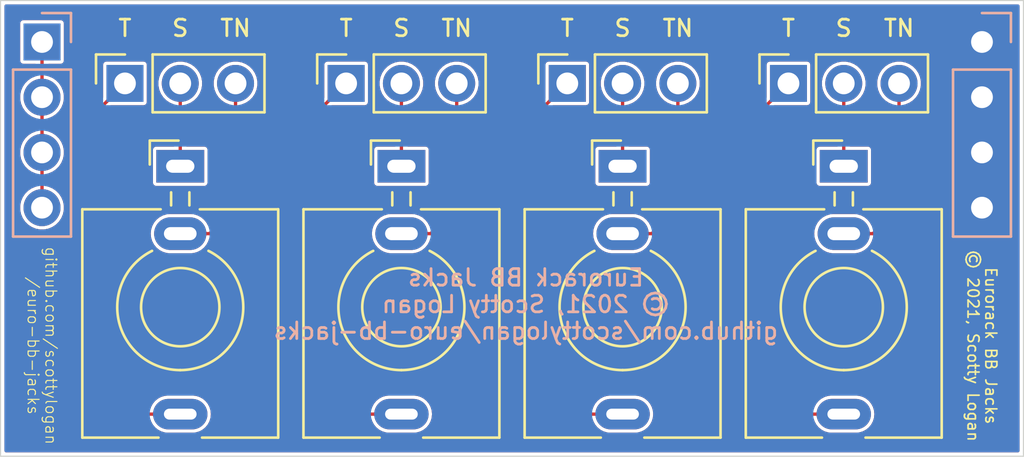
<source format=kicad_pcb>
(kicad_pcb (version 20171130) (host pcbnew "(5.1.9-0-10_14)")

  (general
    (thickness 1.6)
    (drawings 19)
    (tracks 44)
    (zones 0)
    (modules 10)
    (nets 15)
  )

  (page USLetter)
  (title_block
    (title "Eurorack BB Jacks")
    (date 2021-05-03)
    (rev 1.0)
    (comment 1 eurorack-bb-jacks)
    (comment 2 "Eurorack Jacks for Breadboards")
  )

  (layers
    (0 F.Cu signal)
    (31 B.Cu signal)
    (32 B.Adhes user)
    (33 F.Adhes user)
    (34 B.Paste user)
    (35 F.Paste user)
    (36 B.SilkS user)
    (37 F.SilkS user)
    (38 B.Mask user)
    (39 F.Mask user)
    (40 Dwgs.User user)
    (41 Cmts.User user)
    (42 Eco1.User user)
    (43 Eco2.User user)
    (44 Edge.Cuts user)
    (45 Margin user)
    (46 B.CrtYd user)
    (47 F.CrtYd user)
    (48 B.Fab user hide)
    (49 F.Fab user hide)
  )

  (setup
    (last_trace_width 0.1524)
    (user_trace_width 0.1524)
    (trace_clearance 0.1524)
    (zone_clearance 0.508)
    (zone_45_only no)
    (trace_min 0.1524)
    (via_size 0.508)
    (via_drill 0.254)
    (via_min_size 0.508)
    (via_min_drill 0.254)
    (user_via 0.508 0.254)
    (uvia_size 0.3)
    (uvia_drill 0.1)
    (uvias_allowed no)
    (uvia_min_size 0.2)
    (uvia_min_drill 0.1)
    (edge_width 0.05)
    (segment_width 0.2)
    (pcb_text_width 0.3)
    (pcb_text_size 1.5 1.5)
    (mod_edge_width 0.12)
    (mod_text_size 1 1)
    (mod_text_width 0.15)
    (pad_size 1.524 1.524)
    (pad_drill 0.762)
    (pad_to_mask_clearance 0)
    (aux_axis_origin 0 0)
    (visible_elements FFFFFF7F)
    (pcbplotparams
      (layerselection 0x010fc_ffffffff)
      (usegerberextensions false)
      (usegerberattributes true)
      (usegerberadvancedattributes true)
      (creategerberjobfile true)
      (excludeedgelayer true)
      (linewidth 0.100000)
      (plotframeref false)
      (viasonmask false)
      (mode 1)
      (useauxorigin false)
      (hpglpennumber 1)
      (hpglpenspeed 20)
      (hpglpendiameter 15.000000)
      (psnegative false)
      (psa4output false)
      (plotreference true)
      (plotvalue true)
      (plotinvisibletext false)
      (padsonsilk false)
      (subtractmaskfromsilk false)
      (outputformat 1)
      (mirror false)
      (drillshape 1)
      (scaleselection 1)
      (outputdirectory ""))
  )

  (net 0 "")
  (net 1 GND)
  (net 2 "Net-(J1-Pad1)")
  (net 3 "Net-(J3-PadTN)")
  (net 4 "Net-(J3-PadS)")
  (net 5 "Net-(J3-PadT)")
  (net 6 "Net-(J5-PadTN)")
  (net 7 "Net-(J5-PadS)")
  (net 8 "Net-(J5-PadT)")
  (net 9 "Net-(J7-PadTN)")
  (net 10 "Net-(J7-PadS)")
  (net 11 "Net-(J7-PadT)")
  (net 12 "Net-(J10-Pad3)")
  (net 13 "Net-(J10-Pad1)")
  (net 14 "Net-(J10-Pad2)")

  (net_class Default "This is the default net class."
    (clearance 0.1524)
    (trace_width 0.1524)
    (via_dia 0.508)
    (via_drill 0.254)
    (uvia_dia 0.3)
    (uvia_drill 0.1)
    (add_net GND)
    (add_net "Net-(J1-Pad1)")
    (add_net "Net-(J10-Pad1)")
    (add_net "Net-(J10-Pad2)")
    (add_net "Net-(J10-Pad3)")
    (add_net "Net-(J3-PadS)")
    (add_net "Net-(J3-PadT)")
    (add_net "Net-(J3-PadTN)")
    (add_net "Net-(J5-PadS)")
    (add_net "Net-(J5-PadT)")
    (add_net "Net-(J5-PadTN)")
    (add_net "Net-(J7-PadS)")
    (add_net "Net-(J7-PadT)")
    (add_net "Net-(J7-PadTN)")
  )

  (module Connector_PinSocket_2.54mm:PinSocket_1x03_P2.54mm_Vertical (layer F.Cu) (tedit 5A19A429) (tstamp 609163F6)
    (at 88.9 45.72 90)
    (descr "Through hole straight socket strip, 1x03, 2.54mm pitch, single row (from Kicad 4.0.7), script generated")
    (tags "Through hole socket strip THT 1x03 2.54mm single row")
    (path /60C001C1)
    (fp_text reference J10 (at 0 -2.77 90) (layer F.SilkS) hide
      (effects (font (size 1 1) (thickness 0.15)))
    )
    (fp_text value Conn_01x03 (at 0 7.85 90) (layer F.Fab)
      (effects (font (size 1 1) (thickness 0.15)))
    )
    (fp_line (start -1.8 6.85) (end -1.8 -1.8) (layer F.CrtYd) (width 0.05))
    (fp_line (start 1.75 6.85) (end -1.8 6.85) (layer F.CrtYd) (width 0.05))
    (fp_line (start 1.75 -1.8) (end 1.75 6.85) (layer F.CrtYd) (width 0.05))
    (fp_line (start -1.8 -1.8) (end 1.75 -1.8) (layer F.CrtYd) (width 0.05))
    (fp_line (start 0 -1.33) (end 1.33 -1.33) (layer F.SilkS) (width 0.12))
    (fp_line (start 1.33 -1.33) (end 1.33 0) (layer F.SilkS) (width 0.12))
    (fp_line (start 1.33 1.27) (end 1.33 6.41) (layer F.SilkS) (width 0.12))
    (fp_line (start -1.33 6.41) (end 1.33 6.41) (layer F.SilkS) (width 0.12))
    (fp_line (start -1.33 1.27) (end -1.33 6.41) (layer F.SilkS) (width 0.12))
    (fp_line (start -1.33 1.27) (end 1.33 1.27) (layer F.SilkS) (width 0.12))
    (fp_line (start -1.27 6.35) (end -1.27 -1.27) (layer F.Fab) (width 0.1))
    (fp_line (start 1.27 6.35) (end -1.27 6.35) (layer F.Fab) (width 0.1))
    (fp_line (start 1.27 -0.635) (end 1.27 6.35) (layer F.Fab) (width 0.1))
    (fp_line (start 0.635 -1.27) (end 1.27 -0.635) (layer F.Fab) (width 0.1))
    (fp_line (start -1.27 -1.27) (end 0.635 -1.27) (layer F.Fab) (width 0.1))
    (fp_text user %R (at 0 2.54) (layer F.Fab)
      (effects (font (size 1 1) (thickness 0.15)))
    )
    (pad 3 thru_hole oval (at 0 5.08 90) (size 1.7 1.7) (drill 1) (layers *.Cu *.Mask)
      (net 12 "Net-(J10-Pad3)"))
    (pad 2 thru_hole oval (at 0 2.54 90) (size 1.7 1.7) (drill 1) (layers *.Cu *.Mask)
      (net 14 "Net-(J10-Pad2)"))
    (pad 1 thru_hole rect (at 0 0 90) (size 1.7 1.7) (drill 1) (layers *.Cu *.Mask)
      (net 13 "Net-(J10-Pad1)"))
    (model ${KISYS3DMOD}/Connector_PinSocket_2.54mm.3dshapes/PinSocket_1x03_P2.54mm_Vertical.wrl
      (at (xyz 0 0 0))
      (scale (xyz 1 1 1))
      (rotate (xyz 0 0 0))
    )
  )

  (module scotty-kicad-footprints:Jack_3.5mm_QingPu_WQP-PJ398SM_Vertical_CircularHoles (layer F.Cu) (tedit 5C3C022D) (tstamp 609163DF)
    (at 91.44 49.53)
    (descr "TRS 3.5mm, vertical, Thonkiconn, PCB mount, (http://www.qingpu-electronics.com/en/products/WQP-PJ398SM-362.html)")
    (tags "WQP-PJ398SM TRS 3.5mm mono vertical jack thonkiconn qingpu")
    (path /60C001C8)
    (fp_text reference J9 (at -4.03 1.08 180) (layer F.SilkS) hide
      (effects (font (size 1 1) (thickness 0.15)))
    )
    (fp_text value AudioJack2_SwitchT (at 0 5 180) (layer F.Fab)
      (effects (font (size 1 1) (thickness 0.15)))
    )
    (fp_line (start -5 13.25) (end -5 -1.58) (layer F.CrtYd) (width 0.05))
    (fp_line (start -4.5 12.48) (end -4.5 2.08) (layer F.Fab) (width 0.1))
    (fp_line (start -4.5 1.98) (end -4.5 12.48) (layer F.SilkS) (width 0.12))
    (fp_line (start 4.5 1.98) (end 4.5 12.48) (layer F.SilkS) (width 0.12))
    (fp_circle (center 0 6.48) (end 1.5 6.48) (layer Dwgs.User) (width 0.12))
    (fp_line (start 0.09 7.96) (end 1.48 6.57) (layer Dwgs.User) (width 0.12))
    (fp_line (start -0.58 7.83) (end 1.36 5.89) (layer Dwgs.User) (width 0.12))
    (fp_line (start -1.07 7.49) (end 1.01 5.41) (layer Dwgs.User) (width 0.12))
    (fp_line (start -1.42 6.875) (end 0.4 5.06) (layer Dwgs.User) (width 0.12))
    (fp_line (start -1.41 6.02) (end -0.46 5.07) (layer Dwgs.User) (width 0.12))
    (fp_line (start 4.5 12.48) (end 1 12.48) (layer F.SilkS) (width 0.12))
    (fp_line (start -1 12.48) (end -4.5 12.48) (layer F.SilkS) (width 0.12))
    (fp_line (start 4.5 1.98) (end 0.9 1.98) (layer F.SilkS) (width 0.12))
    (fp_line (start -0.9 1.98) (end -4.5 1.98) (layer F.SilkS) (width 0.12))
    (fp_circle (center 0 6.48) (end 1.8 6.48) (layer F.SilkS) (width 0.12))
    (fp_line (start -0.42 1.2) (end -0.42 1.8) (layer F.SilkS) (width 0.12))
    (fp_line (start 0.42 1.2) (end 0.42 1.8) (layer F.SilkS) (width 0.12))
    (fp_line (start -1.4 -1.18) (end -1.4 -0.08) (layer F.SilkS) (width 0.12))
    (fp_line (start -1.4 -1.18) (end -0.08 -1.18) (layer F.SilkS) (width 0.12))
    (fp_line (start 4.5 12.48) (end 4.5 2.08) (layer F.Fab) (width 0.1))
    (fp_line (start 4.5 12.48) (end -4.5 12.48) (layer F.Fab) (width 0.1))
    (fp_line (start 5 13.25) (end 5 -1.58) (layer F.CrtYd) (width 0.05))
    (fp_line (start 5 13.25) (end -5 13.25) (layer F.CrtYd) (width 0.05))
    (fp_line (start 5 -1.58) (end -5 -1.58) (layer F.CrtYd) (width 0.05))
    (fp_line (start 4.5 2.03) (end -4.5 2.03) (layer F.Fab) (width 0.1))
    (fp_circle (center 0 6.48) (end 1.8 6.48) (layer F.Fab) (width 0.1))
    (fp_line (start 0 0) (end 0 2.03) (layer F.Fab) (width 0.1))
    (fp_text user KEEPOUT (at 0 6.48) (layer Cmts.User)
      (effects (font (size 0.4 0.4) (thickness 0.051)))
    )
    (fp_text user %R (at 0 8 180) (layer F.Fab)
      (effects (font (size 1 1) (thickness 0.15)))
    )
    (fp_arc (start 0 6.48) (end 0 9.375) (angle 153.4) (layer F.SilkS) (width 0.12))
    (fp_arc (start 0 6.48) (end 0 9.375) (angle -153.4) (layer F.SilkS) (width 0.12))
    (pad TN thru_hole oval (at 0 3.1 180) (size 2.4 1.5) (drill oval 1.5 0.6) (layers *.Cu *.Mask)
      (net 12 "Net-(J10-Pad3)"))
    (pad S thru_hole rect (at 0 0 180) (size 2.2 1.5) (drill oval 1.3 0.6) (layers *.Cu *.Mask)
      (net 14 "Net-(J10-Pad2)"))
    (pad T thru_hole oval (at 0 11.4 180) (size 2.5 1.4) (drill oval 1.5 0.5) (layers *.Cu *.Mask)
      (net 13 "Net-(J10-Pad1)"))
    (model ${KISYS3DMOD}/Connector_Audio.3dshapes/Jack_3.5mm_QingPu_WQP-PJ398SM_Vertical.wrl
      (at (xyz 0 0 0))
      (scale (xyz 1 1 1))
      (rotate (xyz 0 0 0))
    )
  )

  (module Connector_PinSocket_2.54mm:PinSocket_1x03_P2.54mm_Vertical (layer F.Cu) (tedit 5A19A429) (tstamp 609163B9)
    (at 78.74 45.72 90)
    (descr "Through hole straight socket strip, 1x03, 2.54mm pitch, single row (from Kicad 4.0.7), script generated")
    (tags "Through hole socket strip THT 1x03 2.54mm single row")
    (path /60BFF213)
    (fp_text reference J8 (at 0 -2.77 90) (layer F.SilkS) hide
      (effects (font (size 1 1) (thickness 0.15)))
    )
    (fp_text value Conn_01x03 (at 0 7.85 90) (layer F.Fab)
      (effects (font (size 1 1) (thickness 0.15)))
    )
    (fp_line (start -1.8 6.85) (end -1.8 -1.8) (layer F.CrtYd) (width 0.05))
    (fp_line (start 1.75 6.85) (end -1.8 6.85) (layer F.CrtYd) (width 0.05))
    (fp_line (start 1.75 -1.8) (end 1.75 6.85) (layer F.CrtYd) (width 0.05))
    (fp_line (start -1.8 -1.8) (end 1.75 -1.8) (layer F.CrtYd) (width 0.05))
    (fp_line (start 0 -1.33) (end 1.33 -1.33) (layer F.SilkS) (width 0.12))
    (fp_line (start 1.33 -1.33) (end 1.33 0) (layer F.SilkS) (width 0.12))
    (fp_line (start 1.33 1.27) (end 1.33 6.41) (layer F.SilkS) (width 0.12))
    (fp_line (start -1.33 6.41) (end 1.33 6.41) (layer F.SilkS) (width 0.12))
    (fp_line (start -1.33 1.27) (end -1.33 6.41) (layer F.SilkS) (width 0.12))
    (fp_line (start -1.33 1.27) (end 1.33 1.27) (layer F.SilkS) (width 0.12))
    (fp_line (start -1.27 6.35) (end -1.27 -1.27) (layer F.Fab) (width 0.1))
    (fp_line (start 1.27 6.35) (end -1.27 6.35) (layer F.Fab) (width 0.1))
    (fp_line (start 1.27 -0.635) (end 1.27 6.35) (layer F.Fab) (width 0.1))
    (fp_line (start 0.635 -1.27) (end 1.27 -0.635) (layer F.Fab) (width 0.1))
    (fp_line (start -1.27 -1.27) (end 0.635 -1.27) (layer F.Fab) (width 0.1))
    (fp_text user %R (at 0 2.54) (layer F.Fab)
      (effects (font (size 1 1) (thickness 0.15)))
    )
    (pad 3 thru_hole oval (at 0 5.08 90) (size 1.7 1.7) (drill 1) (layers *.Cu *.Mask)
      (net 9 "Net-(J7-PadTN)"))
    (pad 2 thru_hole oval (at 0 2.54 90) (size 1.7 1.7) (drill 1) (layers *.Cu *.Mask)
      (net 10 "Net-(J7-PadS)"))
    (pad 1 thru_hole rect (at 0 0 90) (size 1.7 1.7) (drill 1) (layers *.Cu *.Mask)
      (net 11 "Net-(J7-PadT)"))
    (model ${KISYS3DMOD}/Connector_PinSocket_2.54mm.3dshapes/PinSocket_1x03_P2.54mm_Vertical.wrl
      (at (xyz 0 0 0))
      (scale (xyz 1 1 1))
      (rotate (xyz 0 0 0))
    )
  )

  (module scotty-kicad-footprints:Jack_3.5mm_QingPu_WQP-PJ398SM_Vertical_CircularHoles (layer F.Cu) (tedit 5C3C022D) (tstamp 609163A2)
    (at 81.28 49.53)
    (descr "TRS 3.5mm, vertical, Thonkiconn, PCB mount, (http://www.qingpu-electronics.com/en/products/WQP-PJ398SM-362.html)")
    (tags "WQP-PJ398SM TRS 3.5mm mono vertical jack thonkiconn qingpu")
    (path /60BFF21A)
    (fp_text reference J7 (at -4.03 1.08 180) (layer F.SilkS) hide
      (effects (font (size 1 1) (thickness 0.15)))
    )
    (fp_text value AudioJack2_SwitchT (at 0 5 180) (layer F.Fab)
      (effects (font (size 1 1) (thickness 0.15)))
    )
    (fp_line (start -5 13.25) (end -5 -1.58) (layer F.CrtYd) (width 0.05))
    (fp_line (start -4.5 12.48) (end -4.5 2.08) (layer F.Fab) (width 0.1))
    (fp_line (start -4.5 1.98) (end -4.5 12.48) (layer F.SilkS) (width 0.12))
    (fp_line (start 4.5 1.98) (end 4.5 12.48) (layer F.SilkS) (width 0.12))
    (fp_circle (center 0 6.48) (end 1.5 6.48) (layer Dwgs.User) (width 0.12))
    (fp_line (start 0.09 7.96) (end 1.48 6.57) (layer Dwgs.User) (width 0.12))
    (fp_line (start -0.58 7.83) (end 1.36 5.89) (layer Dwgs.User) (width 0.12))
    (fp_line (start -1.07 7.49) (end 1.01 5.41) (layer Dwgs.User) (width 0.12))
    (fp_line (start -1.42 6.875) (end 0.4 5.06) (layer Dwgs.User) (width 0.12))
    (fp_line (start -1.41 6.02) (end -0.46 5.07) (layer Dwgs.User) (width 0.12))
    (fp_line (start 4.5 12.48) (end 1 12.48) (layer F.SilkS) (width 0.12))
    (fp_line (start -1 12.48) (end -4.5 12.48) (layer F.SilkS) (width 0.12))
    (fp_line (start 4.5 1.98) (end 0.9 1.98) (layer F.SilkS) (width 0.12))
    (fp_line (start -0.9 1.98) (end -4.5 1.98) (layer F.SilkS) (width 0.12))
    (fp_circle (center 0 6.48) (end 1.8 6.48) (layer F.SilkS) (width 0.12))
    (fp_line (start -0.42 1.2) (end -0.42 1.8) (layer F.SilkS) (width 0.12))
    (fp_line (start 0.42 1.2) (end 0.42 1.8) (layer F.SilkS) (width 0.12))
    (fp_line (start -1.4 -1.18) (end -1.4 -0.08) (layer F.SilkS) (width 0.12))
    (fp_line (start -1.4 -1.18) (end -0.08 -1.18) (layer F.SilkS) (width 0.12))
    (fp_line (start 4.5 12.48) (end 4.5 2.08) (layer F.Fab) (width 0.1))
    (fp_line (start 4.5 12.48) (end -4.5 12.48) (layer F.Fab) (width 0.1))
    (fp_line (start 5 13.25) (end 5 -1.58) (layer F.CrtYd) (width 0.05))
    (fp_line (start 5 13.25) (end -5 13.25) (layer F.CrtYd) (width 0.05))
    (fp_line (start 5 -1.58) (end -5 -1.58) (layer F.CrtYd) (width 0.05))
    (fp_line (start 4.5 2.03) (end -4.5 2.03) (layer F.Fab) (width 0.1))
    (fp_circle (center 0 6.48) (end 1.8 6.48) (layer F.Fab) (width 0.1))
    (fp_line (start 0 0) (end 0 2.03) (layer F.Fab) (width 0.1))
    (fp_text user KEEPOUT (at 0 6.48) (layer Cmts.User)
      (effects (font (size 0.4 0.4) (thickness 0.051)))
    )
    (fp_text user %R (at 0 8 180) (layer F.Fab)
      (effects (font (size 1 1) (thickness 0.15)))
    )
    (fp_arc (start 0 6.48) (end 0 9.375) (angle 153.4) (layer F.SilkS) (width 0.12))
    (fp_arc (start 0 6.48) (end 0 9.375) (angle -153.4) (layer F.SilkS) (width 0.12))
    (pad TN thru_hole oval (at 0 3.1 180) (size 2.4 1.5) (drill oval 1.5 0.6) (layers *.Cu *.Mask)
      (net 9 "Net-(J7-PadTN)"))
    (pad S thru_hole rect (at 0 0 180) (size 2.2 1.5) (drill oval 1.3 0.6) (layers *.Cu *.Mask)
      (net 10 "Net-(J7-PadS)"))
    (pad T thru_hole oval (at 0 11.4 180) (size 2.5 1.4) (drill oval 1.5 0.5) (layers *.Cu *.Mask)
      (net 11 "Net-(J7-PadT)"))
    (model ${KISYS3DMOD}/Connector_Audio.3dshapes/Jack_3.5mm_QingPu_WQP-PJ398SM_Vertical.wrl
      (at (xyz 0 0 0))
      (scale (xyz 1 1 1))
      (rotate (xyz 0 0 0))
    )
  )

  (module Connector_PinSocket_2.54mm:PinSocket_1x03_P2.54mm_Vertical (layer F.Cu) (tedit 5A19A429) (tstamp 609100CD)
    (at 68.58 45.72 90)
    (descr "Through hole straight socket strip, 1x03, 2.54mm pitch, single row (from Kicad 4.0.7), script generated")
    (tags "Through hole socket strip THT 1x03 2.54mm single row")
    (path /60BFE032)
    (fp_text reference J6 (at 0 -2.77 90) (layer F.SilkS) hide
      (effects (font (size 1 1) (thickness 0.15)))
    )
    (fp_text value Conn_01x03 (at 0 7.85 90) (layer F.Fab)
      (effects (font (size 1 1) (thickness 0.15)))
    )
    (fp_line (start -1.8 6.85) (end -1.8 -1.8) (layer F.CrtYd) (width 0.05))
    (fp_line (start 1.75 6.85) (end -1.8 6.85) (layer F.CrtYd) (width 0.05))
    (fp_line (start 1.75 -1.8) (end 1.75 6.85) (layer F.CrtYd) (width 0.05))
    (fp_line (start -1.8 -1.8) (end 1.75 -1.8) (layer F.CrtYd) (width 0.05))
    (fp_line (start 0 -1.33) (end 1.33 -1.33) (layer F.SilkS) (width 0.12))
    (fp_line (start 1.33 -1.33) (end 1.33 0) (layer F.SilkS) (width 0.12))
    (fp_line (start 1.33 1.27) (end 1.33 6.41) (layer F.SilkS) (width 0.12))
    (fp_line (start -1.33 6.41) (end 1.33 6.41) (layer F.SilkS) (width 0.12))
    (fp_line (start -1.33 1.27) (end -1.33 6.41) (layer F.SilkS) (width 0.12))
    (fp_line (start -1.33 1.27) (end 1.33 1.27) (layer F.SilkS) (width 0.12))
    (fp_line (start -1.27 6.35) (end -1.27 -1.27) (layer F.Fab) (width 0.1))
    (fp_line (start 1.27 6.35) (end -1.27 6.35) (layer F.Fab) (width 0.1))
    (fp_line (start 1.27 -0.635) (end 1.27 6.35) (layer F.Fab) (width 0.1))
    (fp_line (start 0.635 -1.27) (end 1.27 -0.635) (layer F.Fab) (width 0.1))
    (fp_line (start -1.27 -1.27) (end 0.635 -1.27) (layer F.Fab) (width 0.1))
    (fp_text user %R (at 0 2.54) (layer F.Fab)
      (effects (font (size 1 1) (thickness 0.15)))
    )
    (pad 3 thru_hole oval (at 0 5.08 90) (size 1.7 1.7) (drill 1) (layers *.Cu *.Mask)
      (net 6 "Net-(J5-PadTN)"))
    (pad 2 thru_hole oval (at 0 2.54 90) (size 1.7 1.7) (drill 1) (layers *.Cu *.Mask)
      (net 7 "Net-(J5-PadS)"))
    (pad 1 thru_hole rect (at 0 0 90) (size 1.7 1.7) (drill 1) (layers *.Cu *.Mask)
      (net 8 "Net-(J5-PadT)"))
    (model ${KISYS3DMOD}/Connector_PinSocket_2.54mm.3dshapes/PinSocket_1x03_P2.54mm_Vertical.wrl
      (at (xyz 0 0 0))
      (scale (xyz 1 1 1))
      (rotate (xyz 0 0 0))
    )
  )

  (module scotty-kicad-footprints:Jack_3.5mm_QingPu_WQP-PJ398SM_Vertical_CircularHoles (layer F.Cu) (tedit 5C3C022D) (tstamp 60916365)
    (at 71.12 49.53)
    (descr "TRS 3.5mm, vertical, Thonkiconn, PCB mount, (http://www.qingpu-electronics.com/en/products/WQP-PJ398SM-362.html)")
    (tags "WQP-PJ398SM TRS 3.5mm mono vertical jack thonkiconn qingpu")
    (path /60BFE039)
    (fp_text reference J5 (at -4.03 1.08 180) (layer F.SilkS) hide
      (effects (font (size 1 1) (thickness 0.15)))
    )
    (fp_text value AudioJack2_SwitchT (at 0 5 180) (layer F.Fab)
      (effects (font (size 1 1) (thickness 0.15)))
    )
    (fp_line (start -5 13.25) (end -5 -1.58) (layer F.CrtYd) (width 0.05))
    (fp_line (start -4.5 12.48) (end -4.5 2.08) (layer F.Fab) (width 0.1))
    (fp_line (start -4.5 1.98) (end -4.5 12.48) (layer F.SilkS) (width 0.12))
    (fp_line (start 4.5 1.98) (end 4.5 12.48) (layer F.SilkS) (width 0.12))
    (fp_circle (center 0 6.48) (end 1.5 6.48) (layer Dwgs.User) (width 0.12))
    (fp_line (start 0.09 7.96) (end 1.48 6.57) (layer Dwgs.User) (width 0.12))
    (fp_line (start -0.58 7.83) (end 1.36 5.89) (layer Dwgs.User) (width 0.12))
    (fp_line (start -1.07 7.49) (end 1.01 5.41) (layer Dwgs.User) (width 0.12))
    (fp_line (start -1.42 6.875) (end 0.4 5.06) (layer Dwgs.User) (width 0.12))
    (fp_line (start -1.41 6.02) (end -0.46 5.07) (layer Dwgs.User) (width 0.12))
    (fp_line (start 4.5 12.48) (end 1 12.48) (layer F.SilkS) (width 0.12))
    (fp_line (start -1 12.48) (end -4.5 12.48) (layer F.SilkS) (width 0.12))
    (fp_line (start 4.5 1.98) (end 0.9 1.98) (layer F.SilkS) (width 0.12))
    (fp_line (start -0.9 1.98) (end -4.5 1.98) (layer F.SilkS) (width 0.12))
    (fp_circle (center 0 6.48) (end 1.8 6.48) (layer F.SilkS) (width 0.12))
    (fp_line (start -0.42 1.2) (end -0.42 1.8) (layer F.SilkS) (width 0.12))
    (fp_line (start 0.42 1.2) (end 0.42 1.8) (layer F.SilkS) (width 0.12))
    (fp_line (start -1.4 -1.18) (end -1.4 -0.08) (layer F.SilkS) (width 0.12))
    (fp_line (start -1.4 -1.18) (end -0.08 -1.18) (layer F.SilkS) (width 0.12))
    (fp_line (start 4.5 12.48) (end 4.5 2.08) (layer F.Fab) (width 0.1))
    (fp_line (start 4.5 12.48) (end -4.5 12.48) (layer F.Fab) (width 0.1))
    (fp_line (start 5 13.25) (end 5 -1.58) (layer F.CrtYd) (width 0.05))
    (fp_line (start 5 13.25) (end -5 13.25) (layer F.CrtYd) (width 0.05))
    (fp_line (start 5 -1.58) (end -5 -1.58) (layer F.CrtYd) (width 0.05))
    (fp_line (start 4.5 2.03) (end -4.5 2.03) (layer F.Fab) (width 0.1))
    (fp_circle (center 0 6.48) (end 1.8 6.48) (layer F.Fab) (width 0.1))
    (fp_line (start 0 0) (end 0 2.03) (layer F.Fab) (width 0.1))
    (fp_text user KEEPOUT (at 0 6.48) (layer Cmts.User)
      (effects (font (size 0.4 0.4) (thickness 0.051)))
    )
    (fp_text user %R (at 0 8 180) (layer F.Fab)
      (effects (font (size 1 1) (thickness 0.15)))
    )
    (fp_arc (start 0 6.48) (end 0 9.375) (angle 153.4) (layer F.SilkS) (width 0.12))
    (fp_arc (start 0 6.48) (end 0 9.375) (angle -153.4) (layer F.SilkS) (width 0.12))
    (pad TN thru_hole oval (at 0 3.1 180) (size 2.4 1.5) (drill oval 1.5 0.6) (layers *.Cu *.Mask)
      (net 6 "Net-(J5-PadTN)"))
    (pad S thru_hole rect (at 0 0 180) (size 2.2 1.5) (drill oval 1.3 0.6) (layers *.Cu *.Mask)
      (net 7 "Net-(J5-PadS)"))
    (pad T thru_hole oval (at 0 11.4 180) (size 2.5 1.4) (drill oval 1.5 0.5) (layers *.Cu *.Mask)
      (net 8 "Net-(J5-PadT)"))
    (model ${KISYS3DMOD}/Connector_Audio.3dshapes/Jack_3.5mm_QingPu_WQP-PJ398SM_Vertical.wrl
      (at (xyz 0 0 0))
      (scale (xyz 1 1 1))
      (rotate (xyz 0 0 0))
    )
  )

  (module Connector_PinHeader_2.54mm:PinHeader_1x04_P2.54mm_Vertical (layer B.Cu) (tedit 59FED5CC) (tstamp 60915639)
    (at 97.79 43.815 180)
    (descr "Through hole straight pin header, 1x04, 2.54mm pitch, single row")
    (tags "Through hole pin header THT 1x04 2.54mm single row")
    (path /60BF46AF)
    (fp_text reference J2 (at 0 2.33) (layer B.SilkS) hide
      (effects (font (size 1 1) (thickness 0.15)) (justify mirror))
    )
    (fp_text value Conn_01x04_Male (at 0 -9.95) (layer B.Fab)
      (effects (font (size 1 1) (thickness 0.15)) (justify mirror))
    )
    (fp_line (start 1.8 1.8) (end -1.8 1.8) (layer B.CrtYd) (width 0.05))
    (fp_line (start 1.8 -9.4) (end 1.8 1.8) (layer B.CrtYd) (width 0.05))
    (fp_line (start -1.8 -9.4) (end 1.8 -9.4) (layer B.CrtYd) (width 0.05))
    (fp_line (start -1.8 1.8) (end -1.8 -9.4) (layer B.CrtYd) (width 0.05))
    (fp_line (start -1.33 1.33) (end 0 1.33) (layer B.SilkS) (width 0.12))
    (fp_line (start -1.33 0) (end -1.33 1.33) (layer B.SilkS) (width 0.12))
    (fp_line (start -1.33 -1.27) (end 1.33 -1.27) (layer B.SilkS) (width 0.12))
    (fp_line (start 1.33 -1.27) (end 1.33 -8.95) (layer B.SilkS) (width 0.12))
    (fp_line (start -1.33 -1.27) (end -1.33 -8.95) (layer B.SilkS) (width 0.12))
    (fp_line (start -1.33 -8.95) (end 1.33 -8.95) (layer B.SilkS) (width 0.12))
    (fp_line (start -1.27 0.635) (end -0.635 1.27) (layer B.Fab) (width 0.1))
    (fp_line (start -1.27 -8.89) (end -1.27 0.635) (layer B.Fab) (width 0.1))
    (fp_line (start 1.27 -8.89) (end -1.27 -8.89) (layer B.Fab) (width 0.1))
    (fp_line (start 1.27 1.27) (end 1.27 -8.89) (layer B.Fab) (width 0.1))
    (fp_line (start -0.635 1.27) (end 1.27 1.27) (layer B.Fab) (width 0.1))
    (fp_text user %R (at 0 -3.81 270) (layer B.Fab)
      (effects (font (size 1 1) (thickness 0.15)) (justify mirror))
    )
    (pad 4 thru_hole oval (at 0 -7.62 180) (size 1.7 1.7) (drill 1) (layers *.Cu *.Mask)
      (net 1 GND))
    (pad 3 thru_hole oval (at 0 -5.08 180) (size 1.7 1.7) (drill 1) (layers *.Cu *.Mask)
      (net 1 GND))
    (pad 2 thru_hole oval (at 0 -2.54 180) (size 1.7 1.7) (drill 1) (layers *.Cu *.Mask)
      (net 1 GND))
    (pad 1 thru_hole rect (at 0 0 180) (size 1.7 1.7) (drill 1) (layers *.Cu *.Mask)
      (net 1 GND))
    (model ${KISYS3DMOD}/Connector_PinHeader_2.54mm.3dshapes/PinHeader_1x04_P2.54mm_Vertical.wrl
      (at (xyz 0 0 0))
      (scale (xyz 1 1 1))
      (rotate (xyz 0 0 0))
    )
  )

  (module Connector_PinHeader_2.54mm:PinHeader_1x04_P2.54mm_Vertical (layer B.Cu) (tedit 59FED5CC) (tstamp 60915621)
    (at 54.61 43.815 180)
    (descr "Through hole straight pin header, 1x04, 2.54mm pitch, single row")
    (tags "Through hole pin header THT 1x04 2.54mm single row")
    (path /60BF0D45)
    (fp_text reference J1 (at 0 2.33) (layer B.SilkS) hide
      (effects (font (size 1 1) (thickness 0.15)) (justify mirror))
    )
    (fp_text value Conn_01x04_Male (at 0 -9.95) (layer B.Fab)
      (effects (font (size 1 1) (thickness 0.15)) (justify mirror))
    )
    (fp_line (start 1.8 1.8) (end -1.8 1.8) (layer B.CrtYd) (width 0.05))
    (fp_line (start 1.8 -9.4) (end 1.8 1.8) (layer B.CrtYd) (width 0.05))
    (fp_line (start -1.8 -9.4) (end 1.8 -9.4) (layer B.CrtYd) (width 0.05))
    (fp_line (start -1.8 1.8) (end -1.8 -9.4) (layer B.CrtYd) (width 0.05))
    (fp_line (start -1.33 1.33) (end 0 1.33) (layer B.SilkS) (width 0.12))
    (fp_line (start -1.33 0) (end -1.33 1.33) (layer B.SilkS) (width 0.12))
    (fp_line (start -1.33 -1.27) (end 1.33 -1.27) (layer B.SilkS) (width 0.12))
    (fp_line (start 1.33 -1.27) (end 1.33 -8.95) (layer B.SilkS) (width 0.12))
    (fp_line (start -1.33 -1.27) (end -1.33 -8.95) (layer B.SilkS) (width 0.12))
    (fp_line (start -1.33 -8.95) (end 1.33 -8.95) (layer B.SilkS) (width 0.12))
    (fp_line (start -1.27 0.635) (end -0.635 1.27) (layer B.Fab) (width 0.1))
    (fp_line (start -1.27 -8.89) (end -1.27 0.635) (layer B.Fab) (width 0.1))
    (fp_line (start 1.27 -8.89) (end -1.27 -8.89) (layer B.Fab) (width 0.1))
    (fp_line (start 1.27 1.27) (end 1.27 -8.89) (layer B.Fab) (width 0.1))
    (fp_line (start -0.635 1.27) (end 1.27 1.27) (layer B.Fab) (width 0.1))
    (fp_text user %R (at 0 -3.81 270) (layer B.Fab)
      (effects (font (size 1 1) (thickness 0.15)) (justify mirror))
    )
    (pad 4 thru_hole oval (at 0 -7.62 180) (size 1.7 1.7) (drill 1) (layers *.Cu *.Mask)
      (net 2 "Net-(J1-Pad1)"))
    (pad 3 thru_hole oval (at 0 -5.08 180) (size 1.7 1.7) (drill 1) (layers *.Cu *.Mask)
      (net 2 "Net-(J1-Pad1)"))
    (pad 2 thru_hole oval (at 0 -2.54 180) (size 1.7 1.7) (drill 1) (layers *.Cu *.Mask)
      (net 2 "Net-(J1-Pad1)"))
    (pad 1 thru_hole rect (at 0 0 180) (size 1.7 1.7) (drill 1) (layers *.Cu *.Mask)
      (net 2 "Net-(J1-Pad1)"))
    (model ${KISYS3DMOD}/Connector_PinHeader_2.54mm.3dshapes/PinHeader_1x04_P2.54mm_Vertical.wrl
      (at (xyz 0 0 0))
      (scale (xyz 1 1 1))
      (rotate (xyz 0 0 0))
    )
  )

  (module Connector_PinSocket_2.54mm:PinSocket_1x03_P2.54mm_Vertical (layer F.Cu) (tedit 5A19A429) (tstamp 60915091)
    (at 58.42 45.72 90)
    (descr "Through hole straight socket strip, 1x03, 2.54mm pitch, single row (from Kicad 4.0.7), script generated")
    (tags "Through hole socket strip THT 1x03 2.54mm single row")
    (path /60BD576E)
    (fp_text reference J4 (at 0 -2.77 90) (layer F.SilkS) hide
      (effects (font (size 1 1) (thickness 0.15)))
    )
    (fp_text value Conn_01x03 (at 0 7.85 90) (layer F.Fab)
      (effects (font (size 1 1) (thickness 0.15)))
    )
    (fp_line (start -1.8 6.85) (end -1.8 -1.8) (layer F.CrtYd) (width 0.05))
    (fp_line (start 1.75 6.85) (end -1.8 6.85) (layer F.CrtYd) (width 0.05))
    (fp_line (start 1.75 -1.8) (end 1.75 6.85) (layer F.CrtYd) (width 0.05))
    (fp_line (start -1.8 -1.8) (end 1.75 -1.8) (layer F.CrtYd) (width 0.05))
    (fp_line (start 0 -1.33) (end 1.33 -1.33) (layer F.SilkS) (width 0.12))
    (fp_line (start 1.33 -1.33) (end 1.33 0) (layer F.SilkS) (width 0.12))
    (fp_line (start 1.33 1.27) (end 1.33 6.41) (layer F.SilkS) (width 0.12))
    (fp_line (start -1.33 6.41) (end 1.33 6.41) (layer F.SilkS) (width 0.12))
    (fp_line (start -1.33 1.27) (end -1.33 6.41) (layer F.SilkS) (width 0.12))
    (fp_line (start -1.33 1.27) (end 1.33 1.27) (layer F.SilkS) (width 0.12))
    (fp_line (start -1.27 6.35) (end -1.27 -1.27) (layer F.Fab) (width 0.1))
    (fp_line (start 1.27 6.35) (end -1.27 6.35) (layer F.Fab) (width 0.1))
    (fp_line (start 1.27 -0.635) (end 1.27 6.35) (layer F.Fab) (width 0.1))
    (fp_line (start 0.635 -1.27) (end 1.27 -0.635) (layer F.Fab) (width 0.1))
    (fp_line (start -1.27 -1.27) (end 0.635 -1.27) (layer F.Fab) (width 0.1))
    (fp_text user %R (at 0 2.54) (layer F.Fab)
      (effects (font (size 1 1) (thickness 0.15)))
    )
    (pad 3 thru_hole oval (at 0 5.08 90) (size 1.7 1.7) (drill 1) (layers *.Cu *.Mask)
      (net 3 "Net-(J3-PadTN)"))
    (pad 2 thru_hole oval (at 0 2.54 90) (size 1.7 1.7) (drill 1) (layers *.Cu *.Mask)
      (net 4 "Net-(J3-PadS)"))
    (pad 1 thru_hole rect (at 0 0 90) (size 1.7 1.7) (drill 1) (layers *.Cu *.Mask)
      (net 5 "Net-(J3-PadT)"))
    (model ${KISYS3DMOD}/Connector_PinSocket_2.54mm.3dshapes/PinSocket_1x03_P2.54mm_Vertical.wrl
      (at (xyz 0 0 0))
      (scale (xyz 1 1 1))
      (rotate (xyz 0 0 0))
    )
  )

  (module scotty-kicad-footprints:Jack_3.5mm_QingPu_WQP-PJ398SM_Vertical_CircularHoles (layer F.Cu) (tedit 5C3C022D) (tstamp 6091507A)
    (at 60.96 49.53)
    (descr "TRS 3.5mm, vertical, Thonkiconn, PCB mount, (http://www.qingpu-electronics.com/en/products/WQP-PJ398SM-362.html)")
    (tags "WQP-PJ398SM TRS 3.5mm mono vertical jack thonkiconn qingpu")
    (path /60BE819C)
    (fp_text reference J3 (at -4.03 1.08 180) (layer F.SilkS) hide
      (effects (font (size 1 1) (thickness 0.15)))
    )
    (fp_text value AudioJack2_SwitchT (at 0 5 180) (layer F.Fab)
      (effects (font (size 1 1) (thickness 0.15)))
    )
    (fp_line (start -5 13.25) (end -5 -1.58) (layer F.CrtYd) (width 0.05))
    (fp_line (start -4.5 12.48) (end -4.5 2.08) (layer F.Fab) (width 0.1))
    (fp_line (start -4.5 1.98) (end -4.5 12.48) (layer F.SilkS) (width 0.12))
    (fp_line (start 4.5 1.98) (end 4.5 12.48) (layer F.SilkS) (width 0.12))
    (fp_circle (center 0 6.48) (end 1.5 6.48) (layer Dwgs.User) (width 0.12))
    (fp_line (start 0.09 7.96) (end 1.48 6.57) (layer Dwgs.User) (width 0.12))
    (fp_line (start -0.58 7.83) (end 1.36 5.89) (layer Dwgs.User) (width 0.12))
    (fp_line (start -1.07 7.49) (end 1.01 5.41) (layer Dwgs.User) (width 0.12))
    (fp_line (start -1.42 6.875) (end 0.4 5.06) (layer Dwgs.User) (width 0.12))
    (fp_line (start -1.41 6.02) (end -0.46 5.07) (layer Dwgs.User) (width 0.12))
    (fp_line (start 4.5 12.48) (end 1 12.48) (layer F.SilkS) (width 0.12))
    (fp_line (start -1 12.48) (end -4.5 12.48) (layer F.SilkS) (width 0.12))
    (fp_line (start 4.5 1.98) (end 0.9 1.98) (layer F.SilkS) (width 0.12))
    (fp_line (start -0.9 1.98) (end -4.5 1.98) (layer F.SilkS) (width 0.12))
    (fp_circle (center 0 6.48) (end 1.8 6.48) (layer F.SilkS) (width 0.12))
    (fp_line (start -0.42 1.2) (end -0.42 1.8) (layer F.SilkS) (width 0.12))
    (fp_line (start 0.42 1.2) (end 0.42 1.8) (layer F.SilkS) (width 0.12))
    (fp_line (start -1.4 -1.18) (end -1.4 -0.08) (layer F.SilkS) (width 0.12))
    (fp_line (start -1.4 -1.18) (end -0.08 -1.18) (layer F.SilkS) (width 0.12))
    (fp_line (start 4.5 12.48) (end 4.5 2.08) (layer F.Fab) (width 0.1))
    (fp_line (start 4.5 12.48) (end -4.5 12.48) (layer F.Fab) (width 0.1))
    (fp_line (start 5 13.25) (end 5 -1.58) (layer F.CrtYd) (width 0.05))
    (fp_line (start 5 13.25) (end -5 13.25) (layer F.CrtYd) (width 0.05))
    (fp_line (start 5 -1.58) (end -5 -1.58) (layer F.CrtYd) (width 0.05))
    (fp_line (start 4.5 2.03) (end -4.5 2.03) (layer F.Fab) (width 0.1))
    (fp_circle (center 0 6.48) (end 1.8 6.48) (layer F.Fab) (width 0.1))
    (fp_line (start 0 0) (end 0 2.03) (layer F.Fab) (width 0.1))
    (fp_text user KEEPOUT (at 0 6.48) (layer Cmts.User)
      (effects (font (size 0.4 0.4) (thickness 0.051)))
    )
    (fp_text user %R (at 0 8 180) (layer F.Fab)
      (effects (font (size 1 1) (thickness 0.15)))
    )
    (fp_arc (start 0 6.48) (end 0 9.375) (angle 153.4) (layer F.SilkS) (width 0.12))
    (fp_arc (start 0 6.48) (end 0 9.375) (angle -153.4) (layer F.SilkS) (width 0.12))
    (pad TN thru_hole oval (at 0 3.1 180) (size 2.4 1.5) (drill oval 1.5 0.6) (layers *.Cu *.Mask)
      (net 3 "Net-(J3-PadTN)"))
    (pad S thru_hole rect (at 0 0 180) (size 2.2 1.5) (drill oval 1.3 0.6) (layers *.Cu *.Mask)
      (net 4 "Net-(J3-PadS)"))
    (pad T thru_hole oval (at 0 11.4 180) (size 2.5 1.4) (drill oval 1.5 0.5) (layers *.Cu *.Mask)
      (net 5 "Net-(J3-PadT)"))
    (model ${KISYS3DMOD}/Connector_Audio.3dshapes/Jack_3.5mm_QingPu_WQP-PJ398SM_Vertical.wrl
      (at (xyz 0 0 0))
      (scale (xyz 1 1 1))
      (rotate (xyz 0 0 0))
    )
  )

  (gr_text TN (at 93.98 43.18) (layer F.SilkS) (tstamp 60916985)
    (effects (font (size 0.762 0.762) (thickness 0.127)))
  )
  (gr_text T (at 88.9 43.18) (layer F.SilkS) (tstamp 60916984)
    (effects (font (size 0.762 0.762) (thickness 0.127)))
  )
  (gr_text S (at 91.44 43.18) (layer F.SilkS) (tstamp 60916983)
    (effects (font (size 0.762 0.762) (thickness 0.127)))
  )
  (gr_text TN (at 83.82 43.18) (layer F.SilkS) (tstamp 60916985)
    (effects (font (size 0.762 0.762) (thickness 0.127)))
  )
  (gr_text T (at 78.74 43.18) (layer F.SilkS) (tstamp 60916984)
    (effects (font (size 0.762 0.762) (thickness 0.127)))
  )
  (gr_text S (at 81.28 43.18) (layer F.SilkS) (tstamp 60916983)
    (effects (font (size 0.762 0.762) (thickness 0.127)))
  )
  (gr_text TN (at 73.66 43.18) (layer F.SilkS) (tstamp 60916985)
    (effects (font (size 0.762 0.762) (thickness 0.127)))
  )
  (gr_text T (at 68.58 43.18) (layer F.SilkS) (tstamp 60916984)
    (effects (font (size 0.762 0.762) (thickness 0.127)))
  )
  (gr_text S (at 71.12 43.18) (layer F.SilkS) (tstamp 60916983)
    (effects (font (size 0.762 0.762) (thickness 0.127)))
  )
  (gr_text TN (at 63.5 43.18) (layer F.SilkS)
    (effects (font (size 0.762 0.762) (thickness 0.127)))
  )
  (gr_text S (at 60.96 43.18) (layer F.SilkS)
    (effects (font (size 0.762 0.762) (thickness 0.127)))
  )
  (gr_text T (at 58.42 43.18) (layer F.SilkS)
    (effects (font (size 0.762 0.762) (thickness 0.127)))
  )
  (gr_text "github.com/scottylogan\n/euro-bb-jacks" (at 54.61 57.785 -90) (layer F.SilkS) (tstamp 6091531F)
    (effects (font (size 0.508 0.508) (thickness 0.0508)))
  )
  (gr_text "Eurorack BB Jacks\n© 2021, Scotty Logan" (at 97.79 57.785 -90) (layer F.SilkS) (tstamp 60914C72)
    (effects (font (size 0.508 0.508) (thickness 0.0762)))
  )
  (gr_text "Eurorack BB Jacks\n© 2021, Scotty Logan\ngithub.com/scottylogan/euro-bb-jacks" (at 76.835 55.88) (layer B.SilkS)
    (effects (font (size 0.762 0.762) (thickness 0.127)) (justify mirror))
  )
  (gr_line (start 52.705 62.865) (end 52.705 41.91) (layer Edge.Cuts) (width 0.0508) (tstamp 60912474))
  (gr_line (start 99.695 62.865) (end 52.705 62.865) (layer Edge.Cuts) (width 0.0508))
  (gr_line (start 99.695 41.91) (end 99.695 62.865) (layer Edge.Cuts) (width 0.0508))
  (gr_line (start 52.705 41.91) (end 99.695 41.91) (layer Edge.Cuts) (width 0.0508))

  (segment (start 97.79 43.815) (end 97.79 46.355) (width 0.1524) (layer F.Cu) (net 1))
  (segment (start 97.79 46.355) (end 97.79 48.895) (width 0.1524) (layer F.Cu) (net 1))
  (segment (start 97.79 48.895) (end 97.79 51.435) (width 0.1524) (layer F.Cu) (net 1))
  (segment (start 54.61 43.815) (end 54.61 46.355) (width 0.1524) (layer F.Cu) (net 2))
  (segment (start 54.61 46.355) (end 54.61 48.895) (width 0.1524) (layer F.Cu) (net 2))
  (segment (start 54.61 48.895) (end 54.61 51.435) (width 0.1524) (layer F.Cu) (net 2))
  (segment (start 63.5 45.72) (end 63.5 51.435) (width 0.1524) (layer F.Cu) (net 3))
  (segment (start 62.155 52.63) (end 60.96 52.63) (width 0.1524) (layer F.Cu) (net 3))
  (segment (start 60.96 52.63) (end 62.305 52.63) (width 0.1524) (layer F.Cu) (net 3))
  (segment (start 62.305 52.63) (end 63.5 51.435) (width 0.1524) (layer F.Cu) (net 3))
  (segment (start 60.96 45.72) (end 60.96 49.53) (width 0.1524) (layer F.Cu) (net 4))
  (segment (start 58.42 45.72) (end 57.15 46.99) (width 0.1524) (layer F.Cu) (net 5))
  (segment (start 57.15 46.99) (end 57.15 59.69) (width 0.1524) (layer F.Cu) (net 5))
  (segment (start 57.15 59.69) (end 58.42 60.96) (width 0.1524) (layer F.Cu) (net 5))
  (segment (start 58.45 60.93) (end 60.96 60.93) (width 0.1524) (layer F.Cu) (net 5))
  (segment (start 58.42 60.96) (end 58.45 60.93) (width 0.1524) (layer F.Cu) (net 5))
  (segment (start 73.66 45.72) (end 73.66 51.435) (width 0.1524) (layer F.Cu) (net 6))
  (segment (start 72.315 52.63) (end 71.12 52.63) (width 0.1524) (layer F.Cu) (net 6))
  (segment (start 72.465 52.63) (end 73.66 51.435) (width 0.1524) (layer F.Cu) (net 6))
  (segment (start 71.12 52.63) (end 72.465 52.63) (width 0.1524) (layer F.Cu) (net 6))
  (segment (start 71.12 45.72) (end 71.12 49.53) (width 0.1524) (layer F.Cu) (net 7))
  (segment (start 68.58 45.72) (end 67.31 46.99) (width 0.1524) (layer F.Cu) (net 8))
  (segment (start 67.31 46.99) (end 67.31 59.69) (width 0.1524) (layer F.Cu) (net 8))
  (segment (start 67.31 59.69) (end 68.58 60.96) (width 0.1524) (layer F.Cu) (net 8))
  (segment (start 68.61 60.93) (end 71.12 60.93) (width 0.1524) (layer F.Cu) (net 8))
  (segment (start 68.58 60.96) (end 68.61 60.93) (width 0.1524) (layer F.Cu) (net 8))
  (segment (start 83.82 45.72) (end 83.82 51.435) (width 0.1524) (layer F.Cu) (net 9))
  (segment (start 81.28 52.63) (end 82.625 52.63) (width 0.1524) (layer F.Cu) (net 9))
  (segment (start 82.625 52.63) (end 83.82 51.435) (width 0.1524) (layer F.Cu) (net 9))
  (segment (start 81.28 45.72) (end 81.28 49.53) (width 0.1524) (layer F.Cu) (net 10))
  (segment (start 78.74 45.72) (end 77.47 46.99) (width 0.1524) (layer F.Cu) (net 11))
  (segment (start 77.47 46.99) (end 77.47 59.69) (width 0.1524) (layer F.Cu) (net 11))
  (segment (start 77.47 59.69) (end 78.74 60.96) (width 0.1524) (layer F.Cu) (net 11))
  (segment (start 78.77 60.93) (end 81.28 60.93) (width 0.1524) (layer F.Cu) (net 11))
  (segment (start 78.74 60.96) (end 78.77 60.93) (width 0.1524) (layer F.Cu) (net 11))
  (segment (start 93.98 45.72) (end 93.98 51.435) (width 0.1524) (layer F.Cu) (net 12))
  (segment (start 91.44 52.63) (end 92.785 52.63) (width 0.1524) (layer F.Cu) (net 12))
  (segment (start 92.785 52.63) (end 93.98 51.435) (width 0.1524) (layer F.Cu) (net 12))
  (segment (start 88.9 45.72) (end 87.63 46.99) (width 0.1524) (layer F.Cu) (net 13))
  (segment (start 87.63 46.99) (end 87.63 59.69) (width 0.1524) (layer F.Cu) (net 13))
  (segment (start 87.63 59.69) (end 88.9 60.96) (width 0.1524) (layer F.Cu) (net 13))
  (segment (start 88.93 60.93) (end 91.44 60.93) (width 0.1524) (layer F.Cu) (net 13))
  (segment (start 88.9 60.96) (end 88.93 60.93) (width 0.1524) (layer F.Cu) (net 13))
  (segment (start 91.44 45.72) (end 91.44 49.53) (width 0.1524) (layer F.Cu) (net 14))

  (zone (net 1) (net_name GND) (layer F.Cu) (tstamp 0) (hatch edge 0.508)
    (connect_pads yes (clearance 0.1524))
    (min_thickness 0.1524)
    (fill yes (arc_segments 32) (thermal_gap 0.2032) (thermal_bridge_width 0.2032))
    (polygon
      (pts
        (xy 99.695 62.865) (xy 52.705 62.865) (xy 52.705 41.91) (xy 99.695 41.91)
      )
    )
    (filled_polygon
      (pts
        (xy 99.441001 62.611) (xy 52.959 62.611) (xy 52.959 42.965) (xy 53.530294 42.965) (xy 53.530294 44.665)
        (xy 53.534708 44.709813) (xy 53.547779 44.752905) (xy 53.569006 44.792618) (xy 53.597573 44.827427) (xy 53.632382 44.855994)
        (xy 53.672095 44.877221) (xy 53.715187 44.890292) (xy 53.76 44.894706) (xy 54.3052 44.894706) (xy 54.305201 45.315897)
        (xy 54.295384 45.31785) (xy 54.099091 45.399157) (xy 53.922433 45.517197) (xy 53.772197 45.667433) (xy 53.654157 45.844091)
        (xy 53.57285 46.040384) (xy 53.5314 46.248767) (xy 53.5314 46.461233) (xy 53.57285 46.669616) (xy 53.654157 46.865909)
        (xy 53.772197 47.042567) (xy 53.922433 47.192803) (xy 54.099091 47.310843) (xy 54.295384 47.39215) (xy 54.3052 47.394103)
        (xy 54.305201 47.855897) (xy 54.295384 47.85785) (xy 54.099091 47.939157) (xy 53.922433 48.057197) (xy 53.772197 48.207433)
        (xy 53.654157 48.384091) (xy 53.57285 48.580384) (xy 53.5314 48.788767) (xy 53.5314 49.001233) (xy 53.57285 49.209616)
        (xy 53.654157 49.405909) (xy 53.772197 49.582567) (xy 53.922433 49.732803) (xy 54.099091 49.850843) (xy 54.295384 49.93215)
        (xy 54.3052 49.934103) (xy 54.305201 50.395897) (xy 54.295384 50.39785) (xy 54.099091 50.479157) (xy 53.922433 50.597197)
        (xy 53.772197 50.747433) (xy 53.654157 50.924091) (xy 53.57285 51.120384) (xy 53.5314 51.328767) (xy 53.5314 51.541233)
        (xy 53.57285 51.749616) (xy 53.654157 51.945909) (xy 53.772197 52.122567) (xy 53.922433 52.272803) (xy 54.099091 52.390843)
        (xy 54.295384 52.47215) (xy 54.503767 52.5136) (xy 54.716233 52.5136) (xy 54.924616 52.47215) (xy 55.120909 52.390843)
        (xy 55.297567 52.272803) (xy 55.447803 52.122567) (xy 55.565843 51.945909) (xy 55.64715 51.749616) (xy 55.6886 51.541233)
        (xy 55.6886 51.328767) (xy 55.64715 51.120384) (xy 55.565843 50.924091) (xy 55.447803 50.747433) (xy 55.297567 50.597197)
        (xy 55.120909 50.479157) (xy 54.924616 50.39785) (xy 54.9148 50.395897) (xy 54.9148 49.934103) (xy 54.924616 49.93215)
        (xy 55.120909 49.850843) (xy 55.297567 49.732803) (xy 55.447803 49.582567) (xy 55.565843 49.405909) (xy 55.64715 49.209616)
        (xy 55.6886 49.001233) (xy 55.6886 48.788767) (xy 55.64715 48.580384) (xy 55.565843 48.384091) (xy 55.447803 48.207433)
        (xy 55.297567 48.057197) (xy 55.120909 47.939157) (xy 54.924616 47.85785) (xy 54.9148 47.855897) (xy 54.9148 47.394103)
        (xy 54.924616 47.39215) (xy 55.120909 47.310843) (xy 55.297567 47.192803) (xy 55.447803 47.042567) (xy 55.482927 46.99)
        (xy 56.843727 46.99) (xy 56.8452 47.004958) (xy 56.845201 59.675032) (xy 56.843727 59.69) (xy 56.849611 59.749751)
        (xy 56.86704 59.807205) (xy 56.867041 59.807206) (xy 56.895343 59.860157) (xy 56.933433 59.906568) (xy 56.945057 59.916108)
        (xy 58.193895 61.164947) (xy 58.203432 61.176568) (xy 58.215053 61.186105) (xy 58.215056 61.186108) (xy 58.249843 61.214657)
        (xy 58.278146 61.229785) (xy 58.302795 61.24296) (xy 58.342819 61.255102) (xy 58.360248 61.260389) (xy 58.419999 61.266273)
        (xy 58.42 61.266273) (xy 58.479751 61.260389) (xy 58.537205 61.24296) (xy 58.552471 61.2348) (xy 59.532075 61.2348)
        (xy 59.547934 61.287079) (xy 59.634162 61.448399) (xy 59.750204 61.589796) (xy 59.891601 61.705838) (xy 60.052921 61.792066)
        (xy 60.227963 61.845164) (xy 60.364382 61.8586) (xy 61.555618 61.8586) (xy 61.692037 61.845164) (xy 61.867079 61.792066)
        (xy 62.028399 61.705838) (xy 62.169796 61.589796) (xy 62.285838 61.448399) (xy 62.372066 61.287079) (xy 62.425164 61.112037)
        (xy 62.443093 60.93) (xy 62.425164 60.747963) (xy 62.372066 60.572921) (xy 62.285838 60.411601) (xy 62.169796 60.270204)
        (xy 62.028399 60.154162) (xy 61.867079 60.067934) (xy 61.692037 60.014836) (xy 61.555618 60.0014) (xy 60.364382 60.0014)
        (xy 60.227963 60.014836) (xy 60.052921 60.067934) (xy 59.891601 60.154162) (xy 59.750204 60.270204) (xy 59.634162 60.411601)
        (xy 59.547934 60.572921) (xy 59.532075 60.6252) (xy 58.516252 60.6252) (xy 57.4548 59.563749) (xy 57.4548 52.63)
        (xy 59.526665 52.63) (xy 59.54556 52.821839) (xy 59.601517 53.006306) (xy 59.692387 53.176312) (xy 59.814677 53.325323)
        (xy 59.963688 53.447613) (xy 60.133694 53.538483) (xy 60.318161 53.59444) (xy 60.461926 53.6086) (xy 61.458074 53.6086)
        (xy 61.601839 53.59444) (xy 61.786306 53.538483) (xy 61.956312 53.447613) (xy 62.105323 53.325323) (xy 62.227613 53.176312)
        (xy 62.318483 53.006306) (xy 62.340796 52.932748) (xy 62.364751 52.930389) (xy 62.422206 52.91296) (xy 62.475157 52.884658)
        (xy 62.521568 52.846568) (xy 62.531112 52.834939) (xy 63.704944 51.661108) (xy 63.716568 51.651568) (xy 63.754658 51.605157)
        (xy 63.78296 51.552206) (xy 63.800389 51.494751) (xy 63.8048 51.449966) (xy 63.8048 51.449959) (xy 63.806273 51.435001)
        (xy 63.8048 51.420043) (xy 63.8048 46.99) (xy 67.003727 46.99) (xy 67.0052 47.004958) (xy 67.005201 59.675032)
        (xy 67.003727 59.69) (xy 67.009611 59.749751) (xy 67.02704 59.807205) (xy 67.027041 59.807206) (xy 67.055343 59.860157)
        (xy 67.093433 59.906568) (xy 67.105057 59.916108) (xy 68.353895 61.164947) (xy 68.363432 61.176568) (xy 68.375053 61.186105)
        (xy 68.375056 61.186108) (xy 68.409843 61.214657) (xy 68.438146 61.229785) (xy 68.462795 61.24296) (xy 68.502819 61.255102)
        (xy 68.520248 61.260389) (xy 68.579999 61.266273) (xy 68.58 61.266273) (xy 68.639751 61.260389) (xy 68.697205 61.24296)
        (xy 68.712471 61.2348) (xy 69.692075 61.2348) (xy 69.707934 61.287079) (xy 69.794162 61.448399) (xy 69.910204 61.589796)
        (xy 70.051601 61.705838) (xy 70.212921 61.792066) (xy 70.387963 61.845164) (xy 70.524382 61.8586) (xy 71.715618 61.8586)
        (xy 71.852037 61.845164) (xy 72.027079 61.792066) (xy 72.188399 61.705838) (xy 72.329796 61.589796) (xy 72.445838 61.448399)
        (xy 72.532066 61.287079) (xy 72.585164 61.112037) (xy 72.603093 60.93) (xy 72.585164 60.747963) (xy 72.532066 60.572921)
        (xy 72.445838 60.411601) (xy 72.329796 60.270204) (xy 72.188399 60.154162) (xy 72.027079 60.067934) (xy 71.852037 60.014836)
        (xy 71.715618 60.0014) (xy 70.524382 60.0014) (xy 70.387963 60.014836) (xy 70.212921 60.067934) (xy 70.051601 60.154162)
        (xy 69.910204 60.270204) (xy 69.794162 60.411601) (xy 69.707934 60.572921) (xy 69.692075 60.6252) (xy 68.676252 60.6252)
        (xy 67.6148 59.563749) (xy 67.6148 52.63) (xy 69.686665 52.63) (xy 69.70556 52.821839) (xy 69.761517 53.006306)
        (xy 69.852387 53.176312) (xy 69.974677 53.325323) (xy 70.123688 53.447613) (xy 70.293694 53.538483) (xy 70.478161 53.59444)
        (xy 70.621926 53.6086) (xy 71.618074 53.6086) (xy 71.761839 53.59444) (xy 71.946306 53.538483) (xy 72.116312 53.447613)
        (xy 72.265323 53.325323) (xy 72.387613 53.176312) (xy 72.478483 53.006306) (xy 72.500796 52.932748) (xy 72.524751 52.930389)
        (xy 72.582206 52.91296) (xy 72.635157 52.884658) (xy 72.681568 52.846568) (xy 72.691112 52.834939) (xy 73.864944 51.661108)
        (xy 73.876568 51.651568) (xy 73.914658 51.605157) (xy 73.94296 51.552206) (xy 73.960389 51.494751) (xy 73.9648 51.449966)
        (xy 73.9648 51.449959) (xy 73.966273 51.435001) (xy 73.9648 51.420043) (xy 73.9648 46.99) (xy 77.163727 46.99)
        (xy 77.1652 47.004958) (xy 77.165201 59.675032) (xy 77.163727 59.69) (xy 77.169611 59.749751) (xy 77.18704 59.807205)
        (xy 77.187041 59.807206) (xy 77.215343 59.860157) (xy 77.253433 59.906568) (xy 77.265057 59.916108) (xy 78.513895 61.164947)
        (xy 78.523432 61.176568) (xy 78.535053 61.186105) (xy 78.535056 61.186108) (xy 78.569843 61.214657) (xy 78.598146 61.229785)
        (xy 78.622795 61.24296) (xy 78.662819 61.255102) (xy 78.680248 61.260389) (xy 78.739999 61.266273) (xy 78.74 61.266273)
        (xy 78.799751 61.260389) (xy 78.857205 61.24296) (xy 78.872471 61.2348) (xy 79.852075 61.2348) (xy 79.867934 61.287079)
        (xy 79.954162 61.448399) (xy 80.070204 61.589796) (xy 80.211601 61.705838) (xy 80.372921 61.792066) (xy 80.547963 61.845164)
        (xy 80.684382 61.8586) (xy 81.875618 61.8586) (xy 82.012037 61.845164) (xy 82.187079 61.792066) (xy 82.348399 61.705838)
        (xy 82.489796 61.589796) (xy 82.605838 61.448399) (xy 82.692066 61.287079) (xy 82.745164 61.112037) (xy 82.763093 60.93)
        (xy 82.745164 60.747963) (xy 82.692066 60.572921) (xy 82.605838 60.411601) (xy 82.489796 60.270204) (xy 82.348399 60.154162)
        (xy 82.187079 60.067934) (xy 82.012037 60.014836) (xy 81.875618 60.0014) (xy 80.684382 60.0014) (xy 80.547963 60.014836)
        (xy 80.372921 60.067934) (xy 80.211601 60.154162) (xy 80.070204 60.270204) (xy 79.954162 60.411601) (xy 79.867934 60.572921)
        (xy 79.852075 60.6252) (xy 78.836252 60.6252) (xy 77.7748 59.563749) (xy 77.7748 52.63) (xy 79.846665 52.63)
        (xy 79.86556 52.821839) (xy 79.921517 53.006306) (xy 80.012387 53.176312) (xy 80.134677 53.325323) (xy 80.283688 53.447613)
        (xy 80.453694 53.538483) (xy 80.638161 53.59444) (xy 80.781926 53.6086) (xy 81.778074 53.6086) (xy 81.921839 53.59444)
        (xy 82.106306 53.538483) (xy 82.276312 53.447613) (xy 82.425323 53.325323) (xy 82.547613 53.176312) (xy 82.638483 53.006306)
        (xy 82.660796 52.932748) (xy 82.684751 52.930389) (xy 82.742206 52.91296) (xy 82.795157 52.884658) (xy 82.841568 52.846568)
        (xy 82.851112 52.834939) (xy 84.024944 51.661108) (xy 84.036568 51.651568) (xy 84.074658 51.605157) (xy 84.10296 51.552206)
        (xy 84.120389 51.494751) (xy 84.1248 51.449966) (xy 84.1248 51.449959) (xy 84.126273 51.435001) (xy 84.1248 51.420043)
        (xy 84.1248 46.99) (xy 87.323727 46.99) (xy 87.3252 47.004958) (xy 87.325201 59.675032) (xy 87.323727 59.69)
        (xy 87.329611 59.749751) (xy 87.34704 59.807205) (xy 87.347041 59.807206) (xy 87.375343 59.860157) (xy 87.413433 59.906568)
        (xy 87.425057 59.916108) (xy 88.673895 61.164947) (xy 88.683432 61.176568) (xy 88.695053 61.186105) (xy 88.695056 61.186108)
        (xy 88.729843 61.214657) (xy 88.758146 61.229785) (xy 88.782795 61.24296) (xy 88.822819 61.255102) (xy 88.840248 61.260389)
        (xy 88.899999 61.266273) (xy 88.9 61.266273) (xy 88.959751 61.260389) (xy 89.017205 61.24296) (xy 89.032471 61.2348)
        (xy 90.012075 61.2348) (xy 90.027934 61.287079) (xy 90.114162 61.448399) (xy 90.230204 61.589796) (xy 90.371601 61.705838)
        (xy 90.532921 61.792066) (xy 90.707963 61.845164) (xy 90.844382 61.8586) (xy 92.035618 61.8586) (xy 92.172037 61.845164)
        (xy 92.347079 61.792066) (xy 92.508399 61.705838) (xy 92.649796 61.589796) (xy 92.765838 61.448399) (xy 92.852066 61.287079)
        (xy 92.905164 61.112037) (xy 92.923093 60.93) (xy 92.905164 60.747963) (xy 92.852066 60.572921) (xy 92.765838 60.411601)
        (xy 92.649796 60.270204) (xy 92.508399 60.154162) (xy 92.347079 60.067934) (xy 92.172037 60.014836) (xy 92.035618 60.0014)
        (xy 90.844382 60.0014) (xy 90.707963 60.014836) (xy 90.532921 60.067934) (xy 90.371601 60.154162) (xy 90.230204 60.270204)
        (xy 90.114162 60.411601) (xy 90.027934 60.572921) (xy 90.012075 60.6252) (xy 88.996252 60.6252) (xy 87.9348 59.563749)
        (xy 87.9348 52.63) (xy 90.006665 52.63) (xy 90.02556 52.821839) (xy 90.081517 53.006306) (xy 90.172387 53.176312)
        (xy 90.294677 53.325323) (xy 90.443688 53.447613) (xy 90.613694 53.538483) (xy 90.798161 53.59444) (xy 90.941926 53.6086)
        (xy 91.938074 53.6086) (xy 92.081839 53.59444) (xy 92.266306 53.538483) (xy 92.436312 53.447613) (xy 92.585323 53.325323)
        (xy 92.707613 53.176312) (xy 92.798483 53.006306) (xy 92.820796 52.932748) (xy 92.844751 52.930389) (xy 92.902206 52.91296)
        (xy 92.955157 52.884658) (xy 93.001568 52.846568) (xy 93.011112 52.834939) (xy 94.184944 51.661108) (xy 94.196568 51.651568)
        (xy 94.234658 51.605157) (xy 94.26296 51.552206) (xy 94.280389 51.494751) (xy 94.2848 51.449966) (xy 94.2848 51.449959)
        (xy 94.286273 51.435001) (xy 94.2848 51.420043) (xy 94.2848 46.759103) (xy 94.294616 46.75715) (xy 94.490909 46.675843)
        (xy 94.667567 46.557803) (xy 94.817803 46.407567) (xy 94.935843 46.230909) (xy 95.01715 46.034616) (xy 95.0586 45.826233)
        (xy 95.0586 45.613767) (xy 95.01715 45.405384) (xy 94.935843 45.209091) (xy 94.817803 45.032433) (xy 94.667567 44.882197)
        (xy 94.490909 44.764157) (xy 94.294616 44.68285) (xy 94.086233 44.6414) (xy 93.873767 44.6414) (xy 93.665384 44.68285)
        (xy 93.469091 44.764157) (xy 93.292433 44.882197) (xy 93.142197 45.032433) (xy 93.024157 45.209091) (xy 92.94285 45.405384)
        (xy 92.9014 45.613767) (xy 92.9014 45.826233) (xy 92.94285 46.034616) (xy 93.024157 46.230909) (xy 93.142197 46.407567)
        (xy 93.292433 46.557803) (xy 93.469091 46.675843) (xy 93.665384 46.75715) (xy 93.6752 46.759103) (xy 93.675201 51.308747)
        (xy 92.774717 52.209231) (xy 92.707613 52.083688) (xy 92.585323 51.934677) (xy 92.436312 51.812387) (xy 92.266306 51.721517)
        (xy 92.081839 51.66556) (xy 91.938074 51.6514) (xy 90.941926 51.6514) (xy 90.798161 51.66556) (xy 90.613694 51.721517)
        (xy 90.443688 51.812387) (xy 90.294677 51.934677) (xy 90.172387 52.083688) (xy 90.081517 52.253694) (xy 90.02556 52.438161)
        (xy 90.006665 52.63) (xy 87.9348 52.63) (xy 87.9348 48.78) (xy 90.110294 48.78) (xy 90.110294 50.28)
        (xy 90.114708 50.324813) (xy 90.127779 50.367905) (xy 90.149006 50.407618) (xy 90.177573 50.442427) (xy 90.212382 50.470994)
        (xy 90.252095 50.492221) (xy 90.295187 50.505292) (xy 90.34 50.509706) (xy 92.54 50.509706) (xy 92.584813 50.505292)
        (xy 92.627905 50.492221) (xy 92.667618 50.470994) (xy 92.702427 50.442427) (xy 92.730994 50.407618) (xy 92.752221 50.367905)
        (xy 92.765292 50.324813) (xy 92.769706 50.28) (xy 92.769706 48.78) (xy 92.765292 48.735187) (xy 92.752221 48.692095)
        (xy 92.730994 48.652382) (xy 92.702427 48.617573) (xy 92.667618 48.589006) (xy 92.627905 48.567779) (xy 92.584813 48.554708)
        (xy 92.54 48.550294) (xy 91.7448 48.550294) (xy 91.7448 46.759103) (xy 91.754616 46.75715) (xy 91.950909 46.675843)
        (xy 92.127567 46.557803) (xy 92.277803 46.407567) (xy 92.395843 46.230909) (xy 92.47715 46.034616) (xy 92.5186 45.826233)
        (xy 92.5186 45.613767) (xy 92.47715 45.405384) (xy 92.395843 45.209091) (xy 92.277803 45.032433) (xy 92.127567 44.882197)
        (xy 91.950909 44.764157) (xy 91.754616 44.68285) (xy 91.546233 44.6414) (xy 91.333767 44.6414) (xy 91.125384 44.68285)
        (xy 90.929091 44.764157) (xy 90.752433 44.882197) (xy 90.602197 45.032433) (xy 90.484157 45.209091) (xy 90.40285 45.405384)
        (xy 90.3614 45.613767) (xy 90.3614 45.826233) (xy 90.40285 46.034616) (xy 90.484157 46.230909) (xy 90.602197 46.407567)
        (xy 90.752433 46.557803) (xy 90.929091 46.675843) (xy 91.125384 46.75715) (xy 91.1352 46.759103) (xy 91.135201 48.550294)
        (xy 90.34 48.550294) (xy 90.295187 48.554708) (xy 90.252095 48.567779) (xy 90.212382 48.589006) (xy 90.177573 48.617573)
        (xy 90.149006 48.652382) (xy 90.127779 48.692095) (xy 90.114708 48.735187) (xy 90.110294 48.78) (xy 87.9348 48.78)
        (xy 87.9348 47.116251) (xy 88.251345 46.799706) (xy 89.75 46.799706) (xy 89.794813 46.795292) (xy 89.837905 46.782221)
        (xy 89.877618 46.760994) (xy 89.912427 46.732427) (xy 89.940994 46.697618) (xy 89.962221 46.657905) (xy 89.975292 46.614813)
        (xy 89.979706 46.57) (xy 89.979706 44.87) (xy 89.975292 44.825187) (xy 89.962221 44.782095) (xy 89.940994 44.742382)
        (xy 89.912427 44.707573) (xy 89.877618 44.679006) (xy 89.837905 44.657779) (xy 89.794813 44.644708) (xy 89.75 44.640294)
        (xy 88.05 44.640294) (xy 88.005187 44.644708) (xy 87.962095 44.657779) (xy 87.922382 44.679006) (xy 87.887573 44.707573)
        (xy 87.859006 44.742382) (xy 87.837779 44.782095) (xy 87.824708 44.825187) (xy 87.820294 44.87) (xy 87.820294 46.368655)
        (xy 87.425061 46.763888) (xy 87.413432 46.773432) (xy 87.375342 46.819844) (xy 87.34704 46.872795) (xy 87.329611 46.93025)
        (xy 87.3252 46.975035) (xy 87.3252 46.975042) (xy 87.323727 46.99) (xy 84.1248 46.99) (xy 84.1248 46.759103)
        (xy 84.134616 46.75715) (xy 84.330909 46.675843) (xy 84.507567 46.557803) (xy 84.657803 46.407567) (xy 84.775843 46.230909)
        (xy 84.85715 46.034616) (xy 84.8986 45.826233) (xy 84.8986 45.613767) (xy 84.85715 45.405384) (xy 84.775843 45.209091)
        (xy 84.657803 45.032433) (xy 84.507567 44.882197) (xy 84.330909 44.764157) (xy 84.134616 44.68285) (xy 83.926233 44.6414)
        (xy 83.713767 44.6414) (xy 83.505384 44.68285) (xy 83.309091 44.764157) (xy 83.132433 44.882197) (xy 82.982197 45.032433)
        (xy 82.864157 45.209091) (xy 82.78285 45.405384) (xy 82.7414 45.613767) (xy 82.7414 45.826233) (xy 82.78285 46.034616)
        (xy 82.864157 46.230909) (xy 82.982197 46.407567) (xy 83.132433 46.557803) (xy 83.309091 46.675843) (xy 83.505384 46.75715)
        (xy 83.5152 46.759103) (xy 83.515201 51.308747) (xy 82.614717 52.209231) (xy 82.547613 52.083688) (xy 82.425323 51.934677)
        (xy 82.276312 51.812387) (xy 82.106306 51.721517) (xy 81.921839 51.66556) (xy 81.778074 51.6514) (xy 80.781926 51.6514)
        (xy 80.638161 51.66556) (xy 80.453694 51.721517) (xy 80.283688 51.812387) (xy 80.134677 51.934677) (xy 80.012387 52.083688)
        (xy 79.921517 52.253694) (xy 79.86556 52.438161) (xy 79.846665 52.63) (xy 77.7748 52.63) (xy 77.7748 48.78)
        (xy 79.950294 48.78) (xy 79.950294 50.28) (xy 79.954708 50.324813) (xy 79.967779 50.367905) (xy 79.989006 50.407618)
        (xy 80.017573 50.442427) (xy 80.052382 50.470994) (xy 80.092095 50.492221) (xy 80.135187 50.505292) (xy 80.18 50.509706)
        (xy 82.38 50.509706) (xy 82.424813 50.505292) (xy 82.467905 50.492221) (xy 82.507618 50.470994) (xy 82.542427 50.442427)
        (xy 82.570994 50.407618) (xy 82.592221 50.367905) (xy 82.605292 50.324813) (xy 82.609706 50.28) (xy 82.609706 48.78)
        (xy 82.605292 48.735187) (xy 82.592221 48.692095) (xy 82.570994 48.652382) (xy 82.542427 48.617573) (xy 82.507618 48.589006)
        (xy 82.467905 48.567779) (xy 82.424813 48.554708) (xy 82.38 48.550294) (xy 81.5848 48.550294) (xy 81.5848 46.759103)
        (xy 81.594616 46.75715) (xy 81.790909 46.675843) (xy 81.967567 46.557803) (xy 82.117803 46.407567) (xy 82.235843 46.230909)
        (xy 82.31715 46.034616) (xy 82.3586 45.826233) (xy 82.3586 45.613767) (xy 82.31715 45.405384) (xy 82.235843 45.209091)
        (xy 82.117803 45.032433) (xy 81.967567 44.882197) (xy 81.790909 44.764157) (xy 81.594616 44.68285) (xy 81.386233 44.6414)
        (xy 81.173767 44.6414) (xy 80.965384 44.68285) (xy 80.769091 44.764157) (xy 80.592433 44.882197) (xy 80.442197 45.032433)
        (xy 80.324157 45.209091) (xy 80.24285 45.405384) (xy 80.2014 45.613767) (xy 80.2014 45.826233) (xy 80.24285 46.034616)
        (xy 80.324157 46.230909) (xy 80.442197 46.407567) (xy 80.592433 46.557803) (xy 80.769091 46.675843) (xy 80.965384 46.75715)
        (xy 80.9752 46.759103) (xy 80.975201 48.550294) (xy 80.18 48.550294) (xy 80.135187 48.554708) (xy 80.092095 48.567779)
        (xy 80.052382 48.589006) (xy 80.017573 48.617573) (xy 79.989006 48.652382) (xy 79.967779 48.692095) (xy 79.954708 48.735187)
        (xy 79.950294 48.78) (xy 77.7748 48.78) (xy 77.7748 47.116251) (xy 78.091345 46.799706) (xy 79.59 46.799706)
        (xy 79.634813 46.795292) (xy 79.677905 46.782221) (xy 79.717618 46.760994) (xy 79.752427 46.732427) (xy 79.780994 46.697618)
        (xy 79.802221 46.657905) (xy 79.815292 46.614813) (xy 79.819706 46.57) (xy 79.819706 44.87) (xy 79.815292 44.825187)
        (xy 79.802221 44.782095) (xy 79.780994 44.742382) (xy 79.752427 44.707573) (xy 79.717618 44.679006) (xy 79.677905 44.657779)
        (xy 79.634813 44.644708) (xy 79.59 44.640294) (xy 77.89 44.640294) (xy 77.845187 44.644708) (xy 77.802095 44.657779)
        (xy 77.762382 44.679006) (xy 77.727573 44.707573) (xy 77.699006 44.742382) (xy 77.677779 44.782095) (xy 77.664708 44.825187)
        (xy 77.660294 44.87) (xy 77.660294 46.368655) (xy 77.265061 46.763888) (xy 77.253432 46.773432) (xy 77.215342 46.819844)
        (xy 77.18704 46.872795) (xy 77.169611 46.93025) (xy 77.1652 46.975035) (xy 77.1652 46.975042) (xy 77.163727 46.99)
        (xy 73.9648 46.99) (xy 73.9648 46.759103) (xy 73.974616 46.75715) (xy 74.170909 46.675843) (xy 74.347567 46.557803)
        (xy 74.497803 46.407567) (xy 74.615843 46.230909) (xy 74.69715 46.034616) (xy 74.7386 45.826233) (xy 74.7386 45.613767)
        (xy 74.69715 45.405384) (xy 74.615843 45.209091) (xy 74.497803 45.032433) (xy 74.347567 44.882197) (xy 74.170909 44.764157)
        (xy 73.974616 44.68285) (xy 73.766233 44.6414) (xy 73.553767 44.6414) (xy 73.345384 44.68285) (xy 73.149091 44.764157)
        (xy 72.972433 44.882197) (xy 72.822197 45.032433) (xy 72.704157 45.209091) (xy 72.62285 45.405384) (xy 72.5814 45.613767)
        (xy 72.5814 45.826233) (xy 72.62285 46.034616) (xy 72.704157 46.230909) (xy 72.822197 46.407567) (xy 72.972433 46.557803)
        (xy 73.149091 46.675843) (xy 73.345384 46.75715) (xy 73.3552 46.759103) (xy 73.355201 51.308747) (xy 72.454717 52.209231)
        (xy 72.387613 52.083688) (xy 72.265323 51.934677) (xy 72.116312 51.812387) (xy 71.946306 51.721517) (xy 71.761839 51.66556)
        (xy 71.618074 51.6514) (xy 70.621926 51.6514) (xy 70.478161 51.66556) (xy 70.293694 51.721517) (xy 70.123688 51.812387)
        (xy 69.974677 51.934677) (xy 69.852387 52.083688) (xy 69.761517 52.253694) (xy 69.70556 52.438161) (xy 69.686665 52.63)
        (xy 67.6148 52.63) (xy 67.6148 48.78) (xy 69.790294 48.78) (xy 69.790294 50.28) (xy 69.794708 50.324813)
        (xy 69.807779 50.367905) (xy 69.829006 50.407618) (xy 69.857573 50.442427) (xy 69.892382 50.470994) (xy 69.932095 50.492221)
        (xy 69.975187 50.505292) (xy 70.02 50.509706) (xy 72.22 50.509706) (xy 72.264813 50.505292) (xy 72.307905 50.492221)
        (xy 72.347618 50.470994) (xy 72.382427 50.442427) (xy 72.410994 50.407618) (xy 72.432221 50.367905) (xy 72.445292 50.324813)
        (xy 72.449706 50.28) (xy 72.449706 48.78) (xy 72.445292 48.735187) (xy 72.432221 48.692095) (xy 72.410994 48.652382)
        (xy 72.382427 48.617573) (xy 72.347618 48.589006) (xy 72.307905 48.567779) (xy 72.264813 48.554708) (xy 72.22 48.550294)
        (xy 71.4248 48.550294) (xy 71.4248 46.759103) (xy 71.434616 46.75715) (xy 71.630909 46.675843) (xy 71.807567 46.557803)
        (xy 71.957803 46.407567) (xy 72.075843 46.230909) (xy 72.15715 46.034616) (xy 72.1986 45.826233) (xy 72.1986 45.613767)
        (xy 72.15715 45.405384) (xy 72.075843 45.209091) (xy 71.957803 45.032433) (xy 71.807567 44.882197) (xy 71.630909 44.764157)
        (xy 71.434616 44.68285) (xy 71.226233 44.6414) (xy 71.013767 44.6414) (xy 70.805384 44.68285) (xy 70.609091 44.764157)
        (xy 70.432433 44.882197) (xy 70.282197 45.032433) (xy 70.164157 45.209091) (xy 70.08285 45.405384) (xy 70.0414 45.613767)
        (xy 70.0414 45.826233) (xy 70.08285 46.034616) (xy 70.164157 46.230909) (xy 70.282197 46.407567) (xy 70.432433 46.557803)
        (xy 70.609091 46.675843) (xy 70.805384 46.75715) (xy 70.8152 46.759103) (xy 70.815201 48.550294) (xy 70.02 48.550294)
        (xy 69.975187 48.554708) (xy 69.932095 48.567779) (xy 69.892382 48.589006) (xy 69.857573 48.617573) (xy 69.829006 48.652382)
        (xy 69.807779 48.692095) (xy 69.794708 48.735187) (xy 69.790294 48.78) (xy 67.6148 48.78) (xy 67.6148 47.116251)
        (xy 67.931345 46.799706) (xy 69.43 46.799706) (xy 69.474813 46.795292) (xy 69.517905 46.782221) (xy 69.557618 46.760994)
        (xy 69.592427 46.732427) (xy 69.620994 46.697618) (xy 69.642221 46.657905) (xy 69.655292 46.614813) (xy 69.659706 46.57)
        (xy 69.659706 44.87) (xy 69.655292 44.825187) (xy 69.642221 44.782095) (xy 69.620994 44.742382) (xy 69.592427 44.707573)
        (xy 69.557618 44.679006) (xy 69.517905 44.657779) (xy 69.474813 44.644708) (xy 69.43 44.640294) (xy 67.73 44.640294)
        (xy 67.685187 44.644708) (xy 67.642095 44.657779) (xy 67.602382 44.679006) (xy 67.567573 44.707573) (xy 67.539006 44.742382)
        (xy 67.517779 44.782095) (xy 67.504708 44.825187) (xy 67.500294 44.87) (xy 67.500294 46.368655) (xy 67.105061 46.763888)
        (xy 67.093432 46.773432) (xy 67.055342 46.819844) (xy 67.02704 46.872795) (xy 67.009611 46.93025) (xy 67.0052 46.975035)
        (xy 67.0052 46.975042) (xy 67.003727 46.99) (xy 63.8048 46.99) (xy 63.8048 46.759103) (xy 63.814616 46.75715)
        (xy 64.010909 46.675843) (xy 64.187567 46.557803) (xy 64.337803 46.407567) (xy 64.455843 46.230909) (xy 64.53715 46.034616)
        (xy 64.5786 45.826233) (xy 64.5786 45.613767) (xy 64.53715 45.405384) (xy 64.455843 45.209091) (xy 64.337803 45.032433)
        (xy 64.187567 44.882197) (xy 64.010909 44.764157) (xy 63.814616 44.68285) (xy 63.606233 44.6414) (xy 63.393767 44.6414)
        (xy 63.185384 44.68285) (xy 62.989091 44.764157) (xy 62.812433 44.882197) (xy 62.662197 45.032433) (xy 62.544157 45.209091)
        (xy 62.46285 45.405384) (xy 62.4214 45.613767) (xy 62.4214 45.826233) (xy 62.46285 46.034616) (xy 62.544157 46.230909)
        (xy 62.662197 46.407567) (xy 62.812433 46.557803) (xy 62.989091 46.675843) (xy 63.185384 46.75715) (xy 63.1952 46.759103)
        (xy 63.195201 51.308747) (xy 62.294717 52.209231) (xy 62.227613 52.083688) (xy 62.105323 51.934677) (xy 61.956312 51.812387)
        (xy 61.786306 51.721517) (xy 61.601839 51.66556) (xy 61.458074 51.6514) (xy 60.461926 51.6514) (xy 60.318161 51.66556)
        (xy 60.133694 51.721517) (xy 59.963688 51.812387) (xy 59.814677 51.934677) (xy 59.692387 52.083688) (xy 59.601517 52.253694)
        (xy 59.54556 52.438161) (xy 59.526665 52.63) (xy 57.4548 52.63) (xy 57.4548 48.78) (xy 59.630294 48.78)
        (xy 59.630294 50.28) (xy 59.634708 50.324813) (xy 59.647779 50.367905) (xy 59.669006 50.407618) (xy 59.697573 50.442427)
        (xy 59.732382 50.470994) (xy 59.772095 50.492221) (xy 59.815187 50.505292) (xy 59.86 50.509706) (xy 62.06 50.509706)
        (xy 62.104813 50.505292) (xy 62.147905 50.492221) (xy 62.187618 50.470994) (xy 62.222427 50.442427) (xy 62.250994 50.407618)
        (xy 62.272221 50.367905) (xy 62.285292 50.324813) (xy 62.289706 50.28) (xy 62.289706 48.78) (xy 62.285292 48.735187)
        (xy 62.272221 48.692095) (xy 62.250994 48.652382) (xy 62.222427 48.617573) (xy 62.187618 48.589006) (xy 62.147905 48.567779)
        (xy 62.104813 48.554708) (xy 62.06 48.550294) (xy 61.2648 48.550294) (xy 61.2648 46.759103) (xy 61.274616 46.75715)
        (xy 61.470909 46.675843) (xy 61.647567 46.557803) (xy 61.797803 46.407567) (xy 61.915843 46.230909) (xy 61.99715 46.034616)
        (xy 62.0386 45.826233) (xy 62.0386 45.613767) (xy 61.99715 45.405384) (xy 61.915843 45.209091) (xy 61.797803 45.032433)
        (xy 61.647567 44.882197) (xy 61.470909 44.764157) (xy 61.274616 44.68285) (xy 61.066233 44.6414) (xy 60.853767 44.6414)
        (xy 60.645384 44.68285) (xy 60.449091 44.764157) (xy 60.272433 44.882197) (xy 60.122197 45.032433) (xy 60.004157 45.209091)
        (xy 59.92285 45.405384) (xy 59.8814 45.613767) (xy 59.8814 45.826233) (xy 59.92285 46.034616) (xy 60.004157 46.230909)
        (xy 60.122197 46.407567) (xy 60.272433 46.557803) (xy 60.449091 46.675843) (xy 60.645384 46.75715) (xy 60.6552 46.759103)
        (xy 60.655201 48.550294) (xy 59.86 48.550294) (xy 59.815187 48.554708) (xy 59.772095 48.567779) (xy 59.732382 48.589006)
        (xy 59.697573 48.617573) (xy 59.669006 48.652382) (xy 59.647779 48.692095) (xy 59.634708 48.735187) (xy 59.630294 48.78)
        (xy 57.4548 48.78) (xy 57.4548 47.116251) (xy 57.771345 46.799706) (xy 59.27 46.799706) (xy 59.314813 46.795292)
        (xy 59.357905 46.782221) (xy 59.397618 46.760994) (xy 59.432427 46.732427) (xy 59.460994 46.697618) (xy 59.482221 46.657905)
        (xy 59.495292 46.614813) (xy 59.499706 46.57) (xy 59.499706 44.87) (xy 59.495292 44.825187) (xy 59.482221 44.782095)
        (xy 59.460994 44.742382) (xy 59.432427 44.707573) (xy 59.397618 44.679006) (xy 59.357905 44.657779) (xy 59.314813 44.644708)
        (xy 59.27 44.640294) (xy 57.57 44.640294) (xy 57.525187 44.644708) (xy 57.482095 44.657779) (xy 57.442382 44.679006)
        (xy 57.407573 44.707573) (xy 57.379006 44.742382) (xy 57.357779 44.782095) (xy 57.344708 44.825187) (xy 57.340294 44.87)
        (xy 57.340294 46.368655) (xy 56.945061 46.763888) (xy 56.933432 46.773432) (xy 56.895342 46.819844) (xy 56.86704 46.872795)
        (xy 56.849611 46.93025) (xy 56.8452 46.975035) (xy 56.8452 46.975042) (xy 56.843727 46.99) (xy 55.482927 46.99)
        (xy 55.565843 46.865909) (xy 55.64715 46.669616) (xy 55.6886 46.461233) (xy 55.6886 46.248767) (xy 55.64715 46.040384)
        (xy 55.565843 45.844091) (xy 55.447803 45.667433) (xy 55.297567 45.517197) (xy 55.120909 45.399157) (xy 54.924616 45.31785)
        (xy 54.9148 45.315897) (xy 54.9148 44.894706) (xy 55.46 44.894706) (xy 55.504813 44.890292) (xy 55.547905 44.877221)
        (xy 55.587618 44.855994) (xy 55.622427 44.827427) (xy 55.650994 44.792618) (xy 55.672221 44.752905) (xy 55.685292 44.709813)
        (xy 55.689706 44.665) (xy 55.689706 42.965) (xy 55.685292 42.920187) (xy 55.672221 42.877095) (xy 55.650994 42.837382)
        (xy 55.622427 42.802573) (xy 55.587618 42.774006) (xy 55.547905 42.752779) (xy 55.504813 42.739708) (xy 55.46 42.735294)
        (xy 53.76 42.735294) (xy 53.715187 42.739708) (xy 53.672095 42.752779) (xy 53.632382 42.774006) (xy 53.597573 42.802573)
        (xy 53.569006 42.837382) (xy 53.547779 42.877095) (xy 53.534708 42.920187) (xy 53.530294 42.965) (xy 52.959 42.965)
        (xy 52.959 42.164) (xy 99.441 42.164)
      )
    )
  )
  (zone (net 1) (net_name GND) (layer B.Cu) (tstamp 0) (hatch edge 0.508)
    (connect_pads yes (clearance 0.1524))
    (min_thickness 0.1524)
    (fill yes (arc_segments 32) (thermal_gap 0.2032) (thermal_bridge_width 0.2032))
    (polygon
      (pts
        (xy 99.695 62.865) (xy 52.705 62.865) (xy 52.705 41.91) (xy 99.695 41.91)
      )
    )
    (filled_polygon
      (pts
        (xy 99.441001 62.611) (xy 52.959 62.611) (xy 52.959 60.93) (xy 59.476907 60.93) (xy 59.494836 61.112037)
        (xy 59.547934 61.287079) (xy 59.634162 61.448399) (xy 59.750204 61.589796) (xy 59.891601 61.705838) (xy 60.052921 61.792066)
        (xy 60.227963 61.845164) (xy 60.364382 61.8586) (xy 61.555618 61.8586) (xy 61.692037 61.845164) (xy 61.867079 61.792066)
        (xy 62.028399 61.705838) (xy 62.169796 61.589796) (xy 62.285838 61.448399) (xy 62.372066 61.287079) (xy 62.425164 61.112037)
        (xy 62.443093 60.93) (xy 69.636907 60.93) (xy 69.654836 61.112037) (xy 69.707934 61.287079) (xy 69.794162 61.448399)
        (xy 69.910204 61.589796) (xy 70.051601 61.705838) (xy 70.212921 61.792066) (xy 70.387963 61.845164) (xy 70.524382 61.8586)
        (xy 71.715618 61.8586) (xy 71.852037 61.845164) (xy 72.027079 61.792066) (xy 72.188399 61.705838) (xy 72.329796 61.589796)
        (xy 72.445838 61.448399) (xy 72.532066 61.287079) (xy 72.585164 61.112037) (xy 72.603093 60.93) (xy 79.796907 60.93)
        (xy 79.814836 61.112037) (xy 79.867934 61.287079) (xy 79.954162 61.448399) (xy 80.070204 61.589796) (xy 80.211601 61.705838)
        (xy 80.372921 61.792066) (xy 80.547963 61.845164) (xy 80.684382 61.8586) (xy 81.875618 61.8586) (xy 82.012037 61.845164)
        (xy 82.187079 61.792066) (xy 82.348399 61.705838) (xy 82.489796 61.589796) (xy 82.605838 61.448399) (xy 82.692066 61.287079)
        (xy 82.745164 61.112037) (xy 82.763093 60.93) (xy 89.956907 60.93) (xy 89.974836 61.112037) (xy 90.027934 61.287079)
        (xy 90.114162 61.448399) (xy 90.230204 61.589796) (xy 90.371601 61.705838) (xy 90.532921 61.792066) (xy 90.707963 61.845164)
        (xy 90.844382 61.8586) (xy 92.035618 61.8586) (xy 92.172037 61.845164) (xy 92.347079 61.792066) (xy 92.508399 61.705838)
        (xy 92.649796 61.589796) (xy 92.765838 61.448399) (xy 92.852066 61.287079) (xy 92.905164 61.112037) (xy 92.923093 60.93)
        (xy 92.905164 60.747963) (xy 92.852066 60.572921) (xy 92.765838 60.411601) (xy 92.649796 60.270204) (xy 92.508399 60.154162)
        (xy 92.347079 60.067934) (xy 92.172037 60.014836) (xy 92.035618 60.0014) (xy 90.844382 60.0014) (xy 90.707963 60.014836)
        (xy 90.532921 60.067934) (xy 90.371601 60.154162) (xy 90.230204 60.270204) (xy 90.114162 60.411601) (xy 90.027934 60.572921)
        (xy 89.974836 60.747963) (xy 89.956907 60.93) (xy 82.763093 60.93) (xy 82.745164 60.747963) (xy 82.692066 60.572921)
        (xy 82.605838 60.411601) (xy 82.489796 60.270204) (xy 82.348399 60.154162) (xy 82.187079 60.067934) (xy 82.012037 60.014836)
        (xy 81.875618 60.0014) (xy 80.684382 60.0014) (xy 80.547963 60.014836) (xy 80.372921 60.067934) (xy 80.211601 60.154162)
        (xy 80.070204 60.270204) (xy 79.954162 60.411601) (xy 79.867934 60.572921) (xy 79.814836 60.747963) (xy 79.796907 60.93)
        (xy 72.603093 60.93) (xy 72.585164 60.747963) (xy 72.532066 60.572921) (xy 72.445838 60.411601) (xy 72.329796 60.270204)
        (xy 72.188399 60.154162) (xy 72.027079 60.067934) (xy 71.852037 60.014836) (xy 71.715618 60.0014) (xy 70.524382 60.0014)
        (xy 70.387963 60.014836) (xy 70.212921 60.067934) (xy 70.051601 60.154162) (xy 69.910204 60.270204) (xy 69.794162 60.411601)
        (xy 69.707934 60.572921) (xy 69.654836 60.747963) (xy 69.636907 60.93) (xy 62.443093 60.93) (xy 62.425164 60.747963)
        (xy 62.372066 60.572921) (xy 62.285838 60.411601) (xy 62.169796 60.270204) (xy 62.028399 60.154162) (xy 61.867079 60.067934)
        (xy 61.692037 60.014836) (xy 61.555618 60.0014) (xy 60.364382 60.0014) (xy 60.227963 60.014836) (xy 60.052921 60.067934)
        (xy 59.891601 60.154162) (xy 59.750204 60.270204) (xy 59.634162 60.411601) (xy 59.547934 60.572921) (xy 59.494836 60.747963)
        (xy 59.476907 60.93) (xy 52.959 60.93) (xy 52.959 52.63) (xy 59.526665 52.63) (xy 59.54556 52.821839)
        (xy 59.601517 53.006306) (xy 59.692387 53.176312) (xy 59.814677 53.325323) (xy 59.963688 53.447613) (xy 60.133694 53.538483)
        (xy 60.318161 53.59444) (xy 60.461926 53.6086) (xy 61.458074 53.6086) (xy 61.601839 53.59444) (xy 61.786306 53.538483)
        (xy 61.956312 53.447613) (xy 62.105323 53.325323) (xy 62.227613 53.176312) (xy 62.318483 53.006306) (xy 62.37444 52.821839)
        (xy 62.393335 52.63) (xy 69.686665 52.63) (xy 69.70556 52.821839) (xy 69.761517 53.006306) (xy 69.852387 53.176312)
        (xy 69.974677 53.325323) (xy 70.123688 53.447613) (xy 70.293694 53.538483) (xy 70.478161 53.59444) (xy 70.621926 53.6086)
        (xy 71.618074 53.6086) (xy 71.761839 53.59444) (xy 71.946306 53.538483) (xy 72.116312 53.447613) (xy 72.265323 53.325323)
        (xy 72.387613 53.176312) (xy 72.478483 53.006306) (xy 72.53444 52.821839) (xy 72.553335 52.63) (xy 79.846665 52.63)
        (xy 79.86556 52.821839) (xy 79.921517 53.006306) (xy 80.012387 53.176312) (xy 80.134677 53.325323) (xy 80.283688 53.447613)
        (xy 80.453694 53.538483) (xy 80.638161 53.59444) (xy 80.781926 53.6086) (xy 81.778074 53.6086) (xy 81.921839 53.59444)
        (xy 82.106306 53.538483) (xy 82.276312 53.447613) (xy 82.425323 53.325323) (xy 82.547613 53.176312) (xy 82.638483 53.006306)
        (xy 82.69444 52.821839) (xy 82.713335 52.63) (xy 90.006665 52.63) (xy 90.02556 52.821839) (xy 90.081517 53.006306)
        (xy 90.172387 53.176312) (xy 90.294677 53.325323) (xy 90.443688 53.447613) (xy 90.613694 53.538483) (xy 90.798161 53.59444)
        (xy 90.941926 53.6086) (xy 91.938074 53.6086) (xy 92.081839 53.59444) (xy 92.266306 53.538483) (xy 92.436312 53.447613)
        (xy 92.585323 53.325323) (xy 92.707613 53.176312) (xy 92.798483 53.006306) (xy 92.85444 52.821839) (xy 92.873335 52.63)
        (xy 92.85444 52.438161) (xy 92.798483 52.253694) (xy 92.707613 52.083688) (xy 92.585323 51.934677) (xy 92.436312 51.812387)
        (xy 92.266306 51.721517) (xy 92.081839 51.66556) (xy 91.938074 51.6514) (xy 90.941926 51.6514) (xy 90.798161 51.66556)
        (xy 90.613694 51.721517) (xy 90.443688 51.812387) (xy 90.294677 51.934677) (xy 90.172387 52.083688) (xy 90.081517 52.253694)
        (xy 90.02556 52.438161) (xy 90.006665 52.63) (xy 82.713335 52.63) (xy 82.69444 52.438161) (xy 82.638483 52.253694)
        (xy 82.547613 52.083688) (xy 82.425323 51.934677) (xy 82.276312 51.812387) (xy 82.106306 51.721517) (xy 81.921839 51.66556)
        (xy 81.778074 51.6514) (xy 80.781926 51.6514) (xy 80.638161 51.66556) (xy 80.453694 51.721517) (xy 80.283688 51.812387)
        (xy 80.134677 51.934677) (xy 80.012387 52.083688) (xy 79.921517 52.253694) (xy 79.86556 52.438161) (xy 79.846665 52.63)
        (xy 72.553335 52.63) (xy 72.53444 52.438161) (xy 72.478483 52.253694) (xy 72.387613 52.083688) (xy 72.265323 51.934677)
        (xy 72.116312 51.812387) (xy 71.946306 51.721517) (xy 71.761839 51.66556) (xy 71.618074 51.6514) (xy 70.621926 51.6514)
        (xy 70.478161 51.66556) (xy 70.293694 51.721517) (xy 70.123688 51.812387) (xy 69.974677 51.934677) (xy 69.852387 52.083688)
        (xy 69.761517 52.253694) (xy 69.70556 52.438161) (xy 69.686665 52.63) (xy 62.393335 52.63) (xy 62.37444 52.438161)
        (xy 62.318483 52.253694) (xy 62.227613 52.083688) (xy 62.105323 51.934677) (xy 61.956312 51.812387) (xy 61.786306 51.721517)
        (xy 61.601839 51.66556) (xy 61.458074 51.6514) (xy 60.461926 51.6514) (xy 60.318161 51.66556) (xy 60.133694 51.721517)
        (xy 59.963688 51.812387) (xy 59.814677 51.934677) (xy 59.692387 52.083688) (xy 59.601517 52.253694) (xy 59.54556 52.438161)
        (xy 59.526665 52.63) (xy 52.959 52.63) (xy 52.959 51.328767) (xy 53.5314 51.328767) (xy 53.5314 51.541233)
        (xy 53.57285 51.749616) (xy 53.654157 51.945909) (xy 53.772197 52.122567) (xy 53.922433 52.272803) (xy 54.099091 52.390843)
        (xy 54.295384 52.47215) (xy 54.503767 52.5136) (xy 54.716233 52.5136) (xy 54.924616 52.47215) (xy 55.120909 52.390843)
        (xy 55.297567 52.272803) (xy 55.447803 52.122567) (xy 55.565843 51.945909) (xy 55.64715 51.749616) (xy 55.6886 51.541233)
        (xy 55.6886 51.328767) (xy 55.64715 51.120384) (xy 55.565843 50.924091) (xy 55.447803 50.747433) (xy 55.297567 50.597197)
        (xy 55.120909 50.479157) (xy 54.924616 50.39785) (xy 54.716233 50.3564) (xy 54.503767 50.3564) (xy 54.295384 50.39785)
        (xy 54.099091 50.479157) (xy 53.922433 50.597197) (xy 53.772197 50.747433) (xy 53.654157 50.924091) (xy 53.57285 51.120384)
        (xy 53.5314 51.328767) (xy 52.959 51.328767) (xy 52.959 48.788767) (xy 53.5314 48.788767) (xy 53.5314 49.001233)
        (xy 53.57285 49.209616) (xy 53.654157 49.405909) (xy 53.772197 49.582567) (xy 53.922433 49.732803) (xy 54.099091 49.850843)
        (xy 54.295384 49.93215) (xy 54.503767 49.9736) (xy 54.716233 49.9736) (xy 54.924616 49.93215) (xy 55.120909 49.850843)
        (xy 55.297567 49.732803) (xy 55.447803 49.582567) (xy 55.565843 49.405909) (xy 55.64715 49.209616) (xy 55.6886 49.001233)
        (xy 55.6886 48.788767) (xy 55.686857 48.78) (xy 59.630294 48.78) (xy 59.630294 50.28) (xy 59.634708 50.324813)
        (xy 59.647779 50.367905) (xy 59.669006 50.407618) (xy 59.697573 50.442427) (xy 59.732382 50.470994) (xy 59.772095 50.492221)
        (xy 59.815187 50.505292) (xy 59.86 50.509706) (xy 62.06 50.509706) (xy 62.104813 50.505292) (xy 62.147905 50.492221)
        (xy 62.187618 50.470994) (xy 62.222427 50.442427) (xy 62.250994 50.407618) (xy 62.272221 50.367905) (xy 62.285292 50.324813)
        (xy 62.289706 50.28) (xy 62.289706 48.78) (xy 69.790294 48.78) (xy 69.790294 50.28) (xy 69.794708 50.324813)
        (xy 69.807779 50.367905) (xy 69.829006 50.407618) (xy 69.857573 50.442427) (xy 69.892382 50.470994) (xy 69.932095 50.492221)
        (xy 69.975187 50.505292) (xy 70.02 50.509706) (xy 72.22 50.509706) (xy 72.264813 50.505292) (xy 72.307905 50.492221)
        (xy 72.347618 50.470994) (xy 72.382427 50.442427) (xy 72.410994 50.407618) (xy 72.432221 50.367905) (xy 72.445292 50.324813)
        (xy 72.449706 50.28) (xy 72.449706 48.78) (xy 79.950294 48.78) (xy 79.950294 50.28) (xy 79.954708 50.324813)
        (xy 79.967779 50.367905) (xy 79.989006 50.407618) (xy 80.017573 50.442427) (xy 80.052382 50.470994) (xy 80.092095 50.492221)
        (xy 80.135187 50.505292) (xy 80.18 50.509706) (xy 82.38 50.509706) (xy 82.424813 50.505292) (xy 82.467905 50.492221)
        (xy 82.507618 50.470994) (xy 82.542427 50.442427) (xy 82.570994 50.407618) (xy 82.592221 50.367905) (xy 82.605292 50.324813)
        (xy 82.609706 50.28) (xy 82.609706 48.78) (xy 90.110294 48.78) (xy 90.110294 50.28) (xy 90.114708 50.324813)
        (xy 90.127779 50.367905) (xy 90.149006 50.407618) (xy 90.177573 50.442427) (xy 90.212382 50.470994) (xy 90.252095 50.492221)
        (xy 90.295187 50.505292) (xy 90.34 50.509706) (xy 92.54 50.509706) (xy 92.584813 50.505292) (xy 92.627905 50.492221)
        (xy 92.667618 50.470994) (xy 92.702427 50.442427) (xy 92.730994 50.407618) (xy 92.752221 50.367905) (xy 92.765292 50.324813)
        (xy 92.769706 50.28) (xy 92.769706 48.78) (xy 92.765292 48.735187) (xy 92.752221 48.692095) (xy 92.730994 48.652382)
        (xy 92.702427 48.617573) (xy 92.667618 48.589006) (xy 92.627905 48.567779) (xy 92.584813 48.554708) (xy 92.54 48.550294)
        (xy 90.34 48.550294) (xy 90.295187 48.554708) (xy 90.252095 48.567779) (xy 90.212382 48.589006) (xy 90.177573 48.617573)
        (xy 90.149006 48.652382) (xy 90.127779 48.692095) (xy 90.114708 48.735187) (xy 90.110294 48.78) (xy 82.609706 48.78)
        (xy 82.605292 48.735187) (xy 82.592221 48.692095) (xy 82.570994 48.652382) (xy 82.542427 48.617573) (xy 82.507618 48.589006)
        (xy 82.467905 48.567779) (xy 82.424813 48.554708) (xy 82.38 48.550294) (xy 80.18 48.550294) (xy 80.135187 48.554708)
        (xy 80.092095 48.567779) (xy 80.052382 48.589006) (xy 80.017573 48.617573) (xy 79.989006 48.652382) (xy 79.967779 48.692095)
        (xy 79.954708 48.735187) (xy 79.950294 48.78) (xy 72.449706 48.78) (xy 72.445292 48.735187) (xy 72.432221 48.692095)
        (xy 72.410994 48.652382) (xy 72.382427 48.617573) (xy 72.347618 48.589006) (xy 72.307905 48.567779) (xy 72.264813 48.554708)
        (xy 72.22 48.550294) (xy 70.02 48.550294) (xy 69.975187 48.554708) (xy 69.932095 48.567779) (xy 69.892382 48.589006)
        (xy 69.857573 48.617573) (xy 69.829006 48.652382) (xy 69.807779 48.692095) (xy 69.794708 48.735187) (xy 69.790294 48.78)
        (xy 62.289706 48.78) (xy 62.285292 48.735187) (xy 62.272221 48.692095) (xy 62.250994 48.652382) (xy 62.222427 48.617573)
        (xy 62.187618 48.589006) (xy 62.147905 48.567779) (xy 62.104813 48.554708) (xy 62.06 48.550294) (xy 59.86 48.550294)
        (xy 59.815187 48.554708) (xy 59.772095 48.567779) (xy 59.732382 48.589006) (xy 59.697573 48.617573) (xy 59.669006 48.652382)
        (xy 59.647779 48.692095) (xy 59.634708 48.735187) (xy 59.630294 48.78) (xy 55.686857 48.78) (xy 55.64715 48.580384)
        (xy 55.565843 48.384091) (xy 55.447803 48.207433) (xy 55.297567 48.057197) (xy 55.120909 47.939157) (xy 54.924616 47.85785)
        (xy 54.716233 47.8164) (xy 54.503767 47.8164) (xy 54.295384 47.85785) (xy 54.099091 47.939157) (xy 53.922433 48.057197)
        (xy 53.772197 48.207433) (xy 53.654157 48.384091) (xy 53.57285 48.580384) (xy 53.5314 48.788767) (xy 52.959 48.788767)
        (xy 52.959 46.248767) (xy 53.5314 46.248767) (xy 53.5314 46.461233) (xy 53.57285 46.669616) (xy 53.654157 46.865909)
        (xy 53.772197 47.042567) (xy 53.922433 47.192803) (xy 54.099091 47.310843) (xy 54.295384 47.39215) (xy 54.503767 47.4336)
        (xy 54.716233 47.4336) (xy 54.924616 47.39215) (xy 55.120909 47.310843) (xy 55.297567 47.192803) (xy 55.447803 47.042567)
        (xy 55.565843 46.865909) (xy 55.64715 46.669616) (xy 55.6886 46.461233) (xy 55.6886 46.248767) (xy 55.64715 46.040384)
        (xy 55.565843 45.844091) (xy 55.447803 45.667433) (xy 55.297567 45.517197) (xy 55.120909 45.399157) (xy 54.924616 45.31785)
        (xy 54.716233 45.2764) (xy 54.503767 45.2764) (xy 54.295384 45.31785) (xy 54.099091 45.399157) (xy 53.922433 45.517197)
        (xy 53.772197 45.667433) (xy 53.654157 45.844091) (xy 53.57285 46.040384) (xy 53.5314 46.248767) (xy 52.959 46.248767)
        (xy 52.959 42.965) (xy 53.530294 42.965) (xy 53.530294 44.665) (xy 53.534708 44.709813) (xy 53.547779 44.752905)
        (xy 53.569006 44.792618) (xy 53.597573 44.827427) (xy 53.632382 44.855994) (xy 53.672095 44.877221) (xy 53.715187 44.890292)
        (xy 53.76 44.894706) (xy 55.46 44.894706) (xy 55.504813 44.890292) (xy 55.547905 44.877221) (xy 55.561414 44.87)
        (xy 57.340294 44.87) (xy 57.340294 46.57) (xy 57.344708 46.614813) (xy 57.357779 46.657905) (xy 57.379006 46.697618)
        (xy 57.407573 46.732427) (xy 57.442382 46.760994) (xy 57.482095 46.782221) (xy 57.525187 46.795292) (xy 57.57 46.799706)
        (xy 59.27 46.799706) (xy 59.314813 46.795292) (xy 59.357905 46.782221) (xy 59.397618 46.760994) (xy 59.432427 46.732427)
        (xy 59.460994 46.697618) (xy 59.482221 46.657905) (xy 59.495292 46.614813) (xy 59.499706 46.57) (xy 59.499706 45.613767)
        (xy 59.8814 45.613767) (xy 59.8814 45.826233) (xy 59.92285 46.034616) (xy 60.004157 46.230909) (xy 60.122197 46.407567)
        (xy 60.272433 46.557803) (xy 60.449091 46.675843) (xy 60.645384 46.75715) (xy 60.853767 46.7986) (xy 61.066233 46.7986)
        (xy 61.274616 46.75715) (xy 61.470909 46.675843) (xy 61.647567 46.557803) (xy 61.797803 46.407567) (xy 61.915843 46.230909)
        (xy 61.99715 46.034616) (xy 62.0386 45.826233) (xy 62.0386 45.613767) (xy 62.4214 45.613767) (xy 62.4214 45.826233)
        (xy 62.46285 46.034616) (xy 62.544157 46.230909) (xy 62.662197 46.407567) (xy 62.812433 46.557803) (xy 62.989091 46.675843)
        (xy 63.185384 46.75715) (xy 63.393767 46.7986) (xy 63.606233 46.7986) (xy 63.814616 46.75715) (xy 64.010909 46.675843)
        (xy 64.187567 46.557803) (xy 64.337803 46.407567) (xy 64.455843 46.230909) (xy 64.53715 46.034616) (xy 64.5786 45.826233)
        (xy 64.5786 45.613767) (xy 64.53715 45.405384) (xy 64.455843 45.209091) (xy 64.337803 45.032433) (xy 64.187567 44.882197)
        (xy 64.169314 44.87) (xy 67.500294 44.87) (xy 67.500294 46.57) (xy 67.504708 46.614813) (xy 67.517779 46.657905)
        (xy 67.539006 46.697618) (xy 67.567573 46.732427) (xy 67.602382 46.760994) (xy 67.642095 46.782221) (xy 67.685187 46.795292)
        (xy 67.73 46.799706) (xy 69.43 46.799706) (xy 69.474813 46.795292) (xy 69.517905 46.782221) (xy 69.557618 46.760994)
        (xy 69.592427 46.732427) (xy 69.620994 46.697618) (xy 69.642221 46.657905) (xy 69.655292 46.614813) (xy 69.659706 46.57)
        (xy 69.659706 45.613767) (xy 70.0414 45.613767) (xy 70.0414 45.826233) (xy 70.08285 46.034616) (xy 70.164157 46.230909)
        (xy 70.282197 46.407567) (xy 70.432433 46.557803) (xy 70.609091 46.675843) (xy 70.805384 46.75715) (xy 71.013767 46.7986)
        (xy 71.226233 46.7986) (xy 71.434616 46.75715) (xy 71.630909 46.675843) (xy 71.807567 46.557803) (xy 71.957803 46.407567)
        (xy 72.075843 46.230909) (xy 72.15715 46.034616) (xy 72.1986 45.826233) (xy 72.1986 45.613767) (xy 72.5814 45.613767)
        (xy 72.5814 45.826233) (xy 72.62285 46.034616) (xy 72.704157 46.230909) (xy 72.822197 46.407567) (xy 72.972433 46.557803)
        (xy 73.149091 46.675843) (xy 73.345384 46.75715) (xy 73.553767 46.7986) (xy 73.766233 46.7986) (xy 73.974616 46.75715)
        (xy 74.170909 46.675843) (xy 74.347567 46.557803) (xy 74.497803 46.407567) (xy 74.615843 46.230909) (xy 74.69715 46.034616)
        (xy 74.7386 45.826233) (xy 74.7386 45.613767) (xy 74.69715 45.405384) (xy 74.615843 45.209091) (xy 74.497803 45.032433)
        (xy 74.347567 44.882197) (xy 74.329314 44.87) (xy 77.660294 44.87) (xy 77.660294 46.57) (xy 77.664708 46.614813)
        (xy 77.677779 46.657905) (xy 77.699006 46.697618) (xy 77.727573 46.732427) (xy 77.762382 46.760994) (xy 77.802095 46.782221)
        (xy 77.845187 46.795292) (xy 77.89 46.799706) (xy 79.59 46.799706) (xy 79.634813 46.795292) (xy 79.677905 46.782221)
        (xy 79.717618 46.760994) (xy 79.752427 46.732427) (xy 79.780994 46.697618) (xy 79.802221 46.657905) (xy 79.815292 46.614813)
        (xy 79.819706 46.57) (xy 79.819706 45.613767) (xy 80.2014 45.613767) (xy 80.2014 45.826233) (xy 80.24285 46.034616)
        (xy 80.324157 46.230909) (xy 80.442197 46.407567) (xy 80.592433 46.557803) (xy 80.769091 46.675843) (xy 80.965384 46.75715)
        (xy 81.173767 46.7986) (xy 81.386233 46.7986) (xy 81.594616 46.75715) (xy 81.790909 46.675843) (xy 81.967567 46.557803)
        (xy 82.117803 46.407567) (xy 82.235843 46.230909) (xy 82.31715 46.034616) (xy 82.3586 45.826233) (xy 82.3586 45.613767)
        (xy 82.7414 45.613767) (xy 82.7414 45.826233) (xy 82.78285 46.034616) (xy 82.864157 46.230909) (xy 82.982197 46.407567)
        (xy 83.132433 46.557803) (xy 83.309091 46.675843) (xy 83.505384 46.75715) (xy 83.713767 46.7986) (xy 83.926233 46.7986)
        (xy 84.134616 46.75715) (xy 84.330909 46.675843) (xy 84.507567 46.557803) (xy 84.657803 46.407567) (xy 84.775843 46.230909)
        (xy 84.85715 46.034616) (xy 84.8986 45.826233) (xy 84.8986 45.613767) (xy 84.85715 45.405384) (xy 84.775843 45.209091)
        (xy 84.657803 45.032433) (xy 84.507567 44.882197) (xy 84.489314 44.87) (xy 87.820294 44.87) (xy 87.820294 46.57)
        (xy 87.824708 46.614813) (xy 87.837779 46.657905) (xy 87.859006 46.697618) (xy 87.887573 46.732427) (xy 87.922382 46.760994)
        (xy 87.962095 46.782221) (xy 88.005187 46.795292) (xy 88.05 46.799706) (xy 89.75 46.799706) (xy 89.794813 46.795292)
        (xy 89.837905 46.782221) (xy 89.877618 46.760994) (xy 89.912427 46.732427) (xy 89.940994 46.697618) (xy 89.962221 46.657905)
        (xy 89.975292 46.614813) (xy 89.979706 46.57) (xy 89.979706 45.613767) (xy 90.3614 45.613767) (xy 90.3614 45.826233)
        (xy 90.40285 46.034616) (xy 90.484157 46.230909) (xy 90.602197 46.407567) (xy 90.752433 46.557803) (xy 90.929091 46.675843)
        (xy 91.125384 46.75715) (xy 91.333767 46.7986) (xy 91.546233 46.7986) (xy 91.754616 46.75715) (xy 91.950909 46.675843)
        (xy 92.127567 46.557803) (xy 92.277803 46.407567) (xy 92.395843 46.230909) (xy 92.47715 46.034616) (xy 92.5186 45.826233)
        (xy 92.5186 45.613767) (xy 92.9014 45.613767) (xy 92.9014 45.826233) (xy 92.94285 46.034616) (xy 93.024157 46.230909)
        (xy 93.142197 46.407567) (xy 93.292433 46.557803) (xy 93.469091 46.675843) (xy 93.665384 46.75715) (xy 93.873767 46.7986)
        (xy 94.086233 46.7986) (xy 94.294616 46.75715) (xy 94.490909 46.675843) (xy 94.667567 46.557803) (xy 94.817803 46.407567)
        (xy 94.935843 46.230909) (xy 95.01715 46.034616) (xy 95.0586 45.826233) (xy 95.0586 45.613767) (xy 95.01715 45.405384)
        (xy 94.935843 45.209091) (xy 94.817803 45.032433) (xy 94.667567 44.882197) (xy 94.490909 44.764157) (xy 94.294616 44.68285)
        (xy 94.086233 44.6414) (xy 93.873767 44.6414) (xy 93.665384 44.68285) (xy 93.469091 44.764157) (xy 93.292433 44.882197)
        (xy 93.142197 45.032433) (xy 93.024157 45.209091) (xy 92.94285 45.405384) (xy 92.9014 45.613767) (xy 92.5186 45.613767)
        (xy 92.47715 45.405384) (xy 92.395843 45.209091) (xy 92.277803 45.032433) (xy 92.127567 44.882197) (xy 91.950909 44.764157)
        (xy 91.754616 44.68285) (xy 91.546233 44.6414) (xy 91.333767 44.6414) (xy 91.125384 44.68285) (xy 90.929091 44.764157)
        (xy 90.752433 44.882197) (xy 90.602197 45.032433) (xy 90.484157 45.209091) (xy 90.40285 45.405384) (xy 90.3614 45.613767)
        (xy 89.979706 45.613767) (xy 89.979706 44.87) (xy 89.975292 44.825187) (xy 89.962221 44.782095) (xy 89.940994 44.742382)
        (xy 89.912427 44.707573) (xy 89.877618 44.679006) (xy 89.837905 44.657779) (xy 89.794813 44.644708) (xy 89.75 44.640294)
        (xy 88.05 44.640294) (xy 88.005187 44.644708) (xy 87.962095 44.657779) (xy 87.922382 44.679006) (xy 87.887573 44.707573)
        (xy 87.859006 44.742382) (xy 87.837779 44.782095) (xy 87.824708 44.825187) (xy 87.820294 44.87) (xy 84.489314 44.87)
        (xy 84.330909 44.764157) (xy 84.134616 44.68285) (xy 83.926233 44.6414) (xy 83.713767 44.6414) (xy 83.505384 44.68285)
        (xy 83.309091 44.764157) (xy 83.132433 44.882197) (xy 82.982197 45.032433) (xy 82.864157 45.209091) (xy 82.78285 45.405384)
        (xy 82.7414 45.613767) (xy 82.3586 45.613767) (xy 82.31715 45.405384) (xy 82.235843 45.209091) (xy 82.117803 45.032433)
        (xy 81.967567 44.882197) (xy 81.790909 44.764157) (xy 81.594616 44.68285) (xy 81.386233 44.6414) (xy 81.173767 44.6414)
        (xy 80.965384 44.68285) (xy 80.769091 44.764157) (xy 80.592433 44.882197) (xy 80.442197 45.032433) (xy 80.324157 45.209091)
        (xy 80.24285 45.405384) (xy 80.2014 45.613767) (xy 79.819706 45.613767) (xy 79.819706 44.87) (xy 79.815292 44.825187)
        (xy 79.802221 44.782095) (xy 79.780994 44.742382) (xy 79.752427 44.707573) (xy 79.717618 44.679006) (xy 79.677905 44.657779)
        (xy 79.634813 44.644708) (xy 79.59 44.640294) (xy 77.89 44.640294) (xy 77.845187 44.644708) (xy 77.802095 44.657779)
        (xy 77.762382 44.679006) (xy 77.727573 44.707573) (xy 77.699006 44.742382) (xy 77.677779 44.782095) (xy 77.664708 44.825187)
        (xy 77.660294 44.87) (xy 74.329314 44.87) (xy 74.170909 44.764157) (xy 73.974616 44.68285) (xy 73.766233 44.6414)
        (xy 73.553767 44.6414) (xy 73.345384 44.68285) (xy 73.149091 44.764157) (xy 72.972433 44.882197) (xy 72.822197 45.032433)
        (xy 72.704157 45.209091) (xy 72.62285 45.405384) (xy 72.5814 45.613767) (xy 72.1986 45.613767) (xy 72.15715 45.405384)
        (xy 72.075843 45.209091) (xy 71.957803 45.032433) (xy 71.807567 44.882197) (xy 71.630909 44.764157) (xy 71.434616 44.68285)
        (xy 71.226233 44.6414) (xy 71.013767 44.6414) (xy 70.805384 44.68285) (xy 70.609091 44.764157) (xy 70.432433 44.882197)
        (xy 70.282197 45.032433) (xy 70.164157 45.209091) (xy 70.08285 45.405384) (xy 70.0414 45.613767) (xy 69.659706 45.613767)
        (xy 69.659706 44.87) (xy 69.655292 44.825187) (xy 69.642221 44.782095) (xy 69.620994 44.742382) (xy 69.592427 44.707573)
        (xy 69.557618 44.679006) (xy 69.517905 44.657779) (xy 69.474813 44.644708) (xy 69.43 44.640294) (xy 67.73 44.640294)
        (xy 67.685187 44.644708) (xy 67.642095 44.657779) (xy 67.602382 44.679006) (xy 67.567573 44.707573) (xy 67.539006 44.742382)
        (xy 67.517779 44.782095) (xy 67.504708 44.825187) (xy 67.500294 44.87) (xy 64.169314 44.87) (xy 64.010909 44.764157)
        (xy 63.814616 44.68285) (xy 63.606233 44.6414) (xy 63.393767 44.6414) (xy 63.185384 44.68285) (xy 62.989091 44.764157)
        (xy 62.812433 44.882197) (xy 62.662197 45.032433) (xy 62.544157 45.209091) (xy 62.46285 45.405384) (xy 62.4214 45.613767)
        (xy 62.0386 45.613767) (xy 61.99715 45.405384) (xy 61.915843 45.209091) (xy 61.797803 45.032433) (xy 61.647567 44.882197)
        (xy 61.470909 44.764157) (xy 61.274616 44.68285) (xy 61.066233 44.6414) (xy 60.853767 44.6414) (xy 60.645384 44.68285)
        (xy 60.449091 44.764157) (xy 60.272433 44.882197) (xy 60.122197 45.032433) (xy 60.004157 45.209091) (xy 59.92285 45.405384)
        (xy 59.8814 45.613767) (xy 59.499706 45.613767) (xy 59.499706 44.87) (xy 59.495292 44.825187) (xy 59.482221 44.782095)
        (xy 59.460994 44.742382) (xy 59.432427 44.707573) (xy 59.397618 44.679006) (xy 59.357905 44.657779) (xy 59.314813 44.644708)
        (xy 59.27 44.640294) (xy 57.57 44.640294) (xy 57.525187 44.644708) (xy 57.482095 44.657779) (xy 57.442382 44.679006)
        (xy 57.407573 44.707573) (xy 57.379006 44.742382) (xy 57.357779 44.782095) (xy 57.344708 44.825187) (xy 57.340294 44.87)
        (xy 55.561414 44.87) (xy 55.587618 44.855994) (xy 55.622427 44.827427) (xy 55.650994 44.792618) (xy 55.672221 44.752905)
        (xy 55.685292 44.709813) (xy 55.689706 44.665) (xy 55.689706 42.965) (xy 55.685292 42.920187) (xy 55.672221 42.877095)
        (xy 55.650994 42.837382) (xy 55.622427 42.802573) (xy 55.587618 42.774006) (xy 55.547905 42.752779) (xy 55.504813 42.739708)
        (xy 55.46 42.735294) (xy 53.76 42.735294) (xy 53.715187 42.739708) (xy 53.672095 42.752779) (xy 53.632382 42.774006)
        (xy 53.597573 42.802573) (xy 53.569006 42.837382) (xy 53.547779 42.877095) (xy 53.534708 42.920187) (xy 53.530294 42.965)
        (xy 52.959 42.965) (xy 52.959 42.164) (xy 99.441 42.164)
      )
    )
  )
)

</source>
